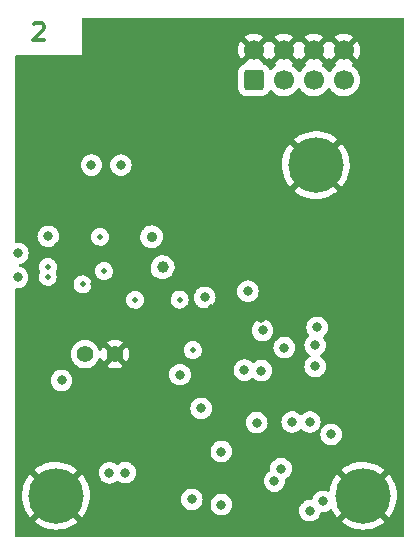
<source format=gbr>
%TF.GenerationSoftware,KiCad,Pcbnew,6.0.4-1.fc35*%
%TF.CreationDate,2022-04-05T13:43:00+01:00*%
%TF.ProjectId,cryosub_power_converter_top_v03,6372796f-7375-4625-9f70-6f7765725f63,rev?*%
%TF.SameCoordinates,Original*%
%TF.FileFunction,Copper,L2,Inr*%
%TF.FilePolarity,Positive*%
%FSLAX45Y45*%
G04 Gerber Fmt 4.5, Leading zero omitted, Abs format (unit mm)*
G04 Created by KiCad (PCBNEW 6.0.4-1.fc35) date 2022-04-05 13:43:00*
%MOMM*%
%LPD*%
G01*
G04 APERTURE LIST*
G04 Aperture macros list*
%AMRoundRect*
0 Rectangle with rounded corners*
0 $1 Rounding radius*
0 $2 $3 $4 $5 $6 $7 $8 $9 X,Y pos of 4 corners*
0 Add a 4 corners polygon primitive as box body*
4,1,4,$2,$3,$4,$5,$6,$7,$8,$9,$2,$3,0*
0 Add four circle primitives for the rounded corners*
1,1,$1+$1,$2,$3*
1,1,$1+$1,$4,$5*
1,1,$1+$1,$6,$7*
1,1,$1+$1,$8,$9*
0 Add four rect primitives between the rounded corners*
20,1,$1+$1,$2,$3,$4,$5,0*
20,1,$1+$1,$4,$5,$6,$7,0*
20,1,$1+$1,$6,$7,$8,$9,0*
20,1,$1+$1,$8,$9,$2,$3,0*%
G04 Aperture macros list end*
%ADD10C,0.300000*%
%TA.AperFunction,NonConductor*%
%ADD11C,0.300000*%
%TD*%
%TA.AperFunction,ComponentPad*%
%ADD12C,1.000000*%
%TD*%
%TA.AperFunction,ComponentPad*%
%ADD13C,1.400000*%
%TD*%
%TA.AperFunction,ComponentPad*%
%ADD14C,4.700000*%
%TD*%
%TA.AperFunction,ComponentPad*%
%ADD15RoundRect,0.250000X0.600000X-0.600000X0.600000X0.600000X-0.600000X0.600000X-0.600000X-0.600000X0*%
%TD*%
%TA.AperFunction,ComponentPad*%
%ADD16C,1.700000*%
%TD*%
%TA.AperFunction,ViaPad*%
%ADD17C,0.500000*%
%TD*%
%TA.AperFunction,ViaPad*%
%ADD18C,0.800000*%
%TD*%
%TA.AperFunction,ViaPad*%
%ADD19C,0.900000*%
%TD*%
G04 APERTURE END LIST*
D10*
D11*
X10212357Y-10107143D02*
X10219500Y-10100000D01*
X10233786Y-10092857D01*
X10269500Y-10092857D01*
X10283786Y-10100000D01*
X10290929Y-10107143D01*
X10298071Y-10121429D01*
X10298071Y-10135714D01*
X10290929Y-10157143D01*
X10205214Y-10242857D01*
X10298071Y-10242857D01*
D12*
%TO.N,/sipm_dcdc/imon*%
%TO.C,TP1*%
X11302500Y-12165000D03*
%TD*%
D13*
%TO.N,/vcont*%
%TO.C,TP2*%
X10646000Y-12900000D03*
%TO.N,GND*%
X10900000Y-12900000D03*
%TD*%
D14*
%TO.N,GND*%
%TO.C,H1*%
X10400000Y-14100000D03*
%TD*%
%TO.N,GND*%
%TO.C,H2*%
X12600000Y-11300000D03*
%TD*%
%TO.N,GND*%
%TO.C,H3*%
X13000000Y-14100000D03*
%TD*%
D15*
%TO.N,/vcont*%
%TO.C,J1*%
X12077500Y-10580000D03*
D16*
%TO.N,GND*%
X12077500Y-10326000D03*
%TO.N,/sipm_bias*%
X12331500Y-10580000D03*
%TO.N,GND*%
X12331500Y-10326000D03*
%TO.N,/p5v_out*%
X12585500Y-10580000D03*
%TO.N,GND*%
X12585500Y-10326000D03*
%TO.N,VDC*%
X12839500Y-10580000D03*
%TO.N,GND*%
X12839500Y-10326000D03*
%TD*%
D17*
%TO.N,GND*%
X10650000Y-12057500D03*
X11817500Y-12500000D03*
X11790000Y-12745000D03*
X11737500Y-12745000D03*
X11840000Y-12745000D03*
X11820000Y-12602500D03*
X11715000Y-12700000D03*
X11852500Y-12807500D03*
D18*
X13070000Y-12950000D03*
D17*
X10610000Y-12095000D03*
D18*
X10250000Y-12950000D03*
D17*
X10540000Y-11802500D03*
D18*
X12675000Y-11625000D03*
D17*
X10612500Y-12020000D03*
X11770000Y-12602500D03*
X10687500Y-12020000D03*
D18*
X11550000Y-13580000D03*
X11520000Y-13240000D03*
X10502260Y-12210000D03*
D17*
X10687500Y-12095000D03*
X11840000Y-12552500D03*
X11717500Y-12602500D03*
D18*
X13195000Y-12505000D03*
X13220000Y-13580000D03*
X12350000Y-13330000D03*
D17*
X11790000Y-12552500D03*
X11740000Y-12652500D03*
X11737500Y-12552500D03*
D18*
X10727500Y-12307500D03*
D17*
X11765000Y-12500000D03*
D18*
X13195000Y-12405000D03*
X10950000Y-12340000D03*
X13030000Y-12640000D03*
X12595000Y-12285000D03*
X11800000Y-12940000D03*
X12135019Y-12594981D03*
D17*
X11732500Y-12812500D03*
X11842500Y-12652500D03*
X11767500Y-12700000D03*
D18*
X10946000Y-10304000D03*
X12425000Y-13052500D03*
D17*
X11792500Y-12652500D03*
D18*
X11200000Y-10310000D03*
X13125000Y-11625000D03*
D17*
X11715000Y-12500000D03*
D18*
X10175000Y-12500000D03*
X12675000Y-12405000D03*
X11890000Y-12290000D03*
D17*
X11817500Y-12700000D03*
D18*
X12595000Y-12485000D03*
D19*
X10200000Y-13800000D03*
D18*
X13095259Y-12437500D03*
D19*
X11037500Y-11742500D03*
D18*
X12100000Y-13875000D03*
X10720000Y-12437550D03*
X10700000Y-10300000D03*
X11332500Y-11842500D03*
X12925000Y-11625000D03*
D17*
X10405000Y-11975000D03*
D18*
%TO.N,Net-(C7-Pad1)*%
X11450000Y-13075000D03*
X12332500Y-12845000D03*
D17*
X11558665Y-12866335D03*
D18*
X10447500Y-13122500D03*
%TO.N,/On When Warm/VD1*%
X12400000Y-13475000D03*
%TO.N,/On When Warm/vs*%
X11800000Y-13725000D03*
X11800000Y-14175000D03*
%TO.N,/On When Warm/vg1*%
X12100000Y-13480000D03*
%TO.N,/thermistor*%
X12250000Y-13975000D03*
%TO.N,/On When Warm/vd2*%
X12305132Y-13870617D03*
%TO.N,VDC*%
X10852500Y-13905000D03*
X12595000Y-13005000D03*
X12550000Y-13475000D03*
X12550000Y-14225000D03*
X11550000Y-14130000D03*
X12730000Y-13580000D03*
X12611825Y-12674614D03*
X12660000Y-14147500D03*
X12595000Y-12825000D03*
X10985500Y-13904500D03*
X11630000Y-13360000D03*
D17*
%TO.N,Net-(C18-Pad1)*%
X10772413Y-11906289D03*
%TO.N,Net-(C14-Pad1)*%
X10625000Y-12310000D03*
D18*
X10335000Y-11902500D03*
D17*
X10331891Y-12161791D03*
D19*
%TO.N,Net-(C15-Pad1)*%
X11210359Y-11906185D03*
D18*
%TO.N,Net-(R11-Pad2)*%
X12150000Y-12700000D03*
%TO.N,/dc_dc/pgood*%
X11660000Y-12420000D03*
D17*
%TO.N,Net-(R14-Pad1)*%
X10807500Y-12197500D03*
%TO.N,Net-(R16-Pad2)*%
X11070000Y-12440000D03*
D18*
%TO.N,+5V*%
X12140000Y-13040000D03*
X10700000Y-11300000D03*
X10077500Y-12047500D03*
X10950000Y-11300000D03*
X10075000Y-12250000D03*
D17*
X10330000Y-12245000D03*
X11447266Y-12438091D03*
D18*
%TO.N,/dc_dc/vcc*%
X11995000Y-13035000D03*
X12025000Y-12367500D03*
%TD*%
%TA.AperFunction,Conductor*%
%TO.N,GND*%
G36*
X13343362Y-10052850D02*
G01*
X13348011Y-10058216D01*
X13349150Y-10063450D01*
X13349150Y-14436550D01*
X13347150Y-14443362D01*
X13341784Y-14448011D01*
X13336550Y-14449150D01*
X10063450Y-14449150D01*
X10056638Y-14447150D01*
X10051989Y-14441784D01*
X10050850Y-14436550D01*
X10050850Y-14319549D01*
X10217005Y-14319549D01*
X10217007Y-14319574D01*
X10217598Y-14320449D01*
X10219567Y-14322240D01*
X10220130Y-14322697D01*
X10246306Y-14341506D01*
X10246919Y-14341895D01*
X10275083Y-14357571D01*
X10275735Y-14357886D01*
X10305515Y-14370221D01*
X10306200Y-14370460D01*
X10337199Y-14379290D01*
X10337908Y-14379448D01*
X10369717Y-14384657D01*
X10370438Y-14384733D01*
X10402635Y-14386251D01*
X10403360Y-14386244D01*
X10435518Y-14384052D01*
X10436239Y-14383961D01*
X10467932Y-14378087D01*
X10468635Y-14377914D01*
X10499445Y-14368436D01*
X10500122Y-14368184D01*
X10529639Y-14355227D01*
X10530283Y-14354899D01*
X10558114Y-14338635D01*
X10558718Y-14338234D01*
X10582169Y-14320627D01*
X10582973Y-14319549D01*
X12817005Y-14319549D01*
X12817007Y-14319574D01*
X12817598Y-14320449D01*
X12819567Y-14322240D01*
X12820130Y-14322697D01*
X12846306Y-14341506D01*
X12846919Y-14341895D01*
X12875083Y-14357571D01*
X12875735Y-14357886D01*
X12905515Y-14370221D01*
X12906200Y-14370460D01*
X12937199Y-14379290D01*
X12937908Y-14379448D01*
X12969717Y-14384657D01*
X12970438Y-14384733D01*
X13002635Y-14386251D01*
X13003360Y-14386244D01*
X13035518Y-14384052D01*
X13036239Y-14383961D01*
X13067932Y-14378087D01*
X13068635Y-14377914D01*
X13099444Y-14368436D01*
X13100122Y-14368184D01*
X13129639Y-14355227D01*
X13130283Y-14354899D01*
X13158114Y-14338635D01*
X13158718Y-14338234D01*
X13182169Y-14320627D01*
X13183014Y-14319494D01*
X13182340Y-14318261D01*
X13001281Y-14137202D01*
X12999887Y-14136441D01*
X12999703Y-14136454D01*
X12999042Y-14136879D01*
X12817766Y-14318155D01*
X12817005Y-14319549D01*
X10582973Y-14319549D01*
X10583014Y-14319494D01*
X10582340Y-14318261D01*
X10401281Y-14137202D01*
X10399887Y-14136441D01*
X10399703Y-14136454D01*
X10399042Y-14136879D01*
X10217766Y-14318155D01*
X10217005Y-14319549D01*
X10050850Y-14319549D01*
X10050850Y-14091371D01*
X10113867Y-14091371D01*
X10114710Y-14123593D01*
X10114771Y-14124315D01*
X10119313Y-14156226D01*
X10119456Y-14156937D01*
X10127636Y-14188116D01*
X10127859Y-14188805D01*
X10139568Y-14218836D01*
X10139870Y-14219496D01*
X10154953Y-14247983D01*
X10155328Y-14248602D01*
X10173586Y-14275167D01*
X10174029Y-14275739D01*
X10179506Y-14282017D01*
X10180823Y-14282857D01*
X10181808Y-14282270D01*
X10362798Y-14101281D01*
X10363436Y-14100113D01*
X10436441Y-14100113D01*
X10436454Y-14100297D01*
X10436879Y-14100958D01*
X10617978Y-14282056D01*
X10619313Y-14282786D01*
X10620310Y-14282080D01*
X10629601Y-14270968D01*
X10630033Y-14270387D01*
X10647731Y-14243445D01*
X10648092Y-14242818D01*
X10662576Y-14214021D01*
X10662863Y-14213357D01*
X10673941Y-14183086D01*
X10674150Y-14182392D01*
X10681675Y-14151049D01*
X10681804Y-14150336D01*
X10684264Y-14130000D01*
X11458650Y-14130000D01*
X11458719Y-14130656D01*
X11459407Y-14137202D01*
X11460646Y-14148993D01*
X11466547Y-14167156D01*
X11476096Y-14183694D01*
X11476538Y-14184185D01*
X11476538Y-14184185D01*
X11479317Y-14187272D01*
X11488875Y-14197887D01*
X11504325Y-14209112D01*
X11504928Y-14209380D01*
X11504928Y-14209380D01*
X11521168Y-14216611D01*
X11521771Y-14216879D01*
X11530975Y-14218836D01*
X11539806Y-14220713D01*
X11539806Y-14220713D01*
X11540451Y-14220850D01*
X11559549Y-14220850D01*
X11560194Y-14220713D01*
X11560194Y-14220713D01*
X11569025Y-14218836D01*
X11578229Y-14216879D01*
X11578832Y-14216611D01*
X11595072Y-14209380D01*
X11595072Y-14209380D01*
X11595675Y-14209112D01*
X11611125Y-14197887D01*
X11620683Y-14187272D01*
X11623462Y-14184185D01*
X11623462Y-14184185D01*
X11623904Y-14183694D01*
X11628924Y-14175000D01*
X11708650Y-14175000D01*
X11708719Y-14175656D01*
X11709427Y-14182392D01*
X11710646Y-14193993D01*
X11716547Y-14212156D01*
X11726096Y-14228694D01*
X11726538Y-14229185D01*
X11726538Y-14229185D01*
X11737342Y-14241185D01*
X11738875Y-14242887D01*
X11754325Y-14254112D01*
X11754928Y-14254380D01*
X11754928Y-14254380D01*
X11770980Y-14261527D01*
X11771771Y-14261879D01*
X11781111Y-14263865D01*
X11789806Y-14265713D01*
X11789806Y-14265713D01*
X11790451Y-14265850D01*
X11809549Y-14265850D01*
X11810194Y-14265713D01*
X11810194Y-14265713D01*
X11818889Y-14263865D01*
X11828229Y-14261879D01*
X11829020Y-14261527D01*
X11845072Y-14254380D01*
X11845072Y-14254380D01*
X11845675Y-14254112D01*
X11861125Y-14242887D01*
X11862658Y-14241185D01*
X11873462Y-14229185D01*
X11873462Y-14229185D01*
X11873904Y-14228694D01*
X11876037Y-14225000D01*
X12458650Y-14225000D01*
X12458719Y-14225656D01*
X12460351Y-14241185D01*
X12460646Y-14243993D01*
X12466547Y-14262156D01*
X12466878Y-14262728D01*
X12466878Y-14262728D01*
X12468680Y-14265850D01*
X12476096Y-14278694D01*
X12488875Y-14292887D01*
X12504325Y-14304112D01*
X12504928Y-14304380D01*
X12504928Y-14304380D01*
X12521168Y-14311611D01*
X12521771Y-14311879D01*
X12531111Y-14313865D01*
X12539806Y-14315713D01*
X12539806Y-14315713D01*
X12540451Y-14315850D01*
X12559549Y-14315850D01*
X12560194Y-14315713D01*
X12560194Y-14315713D01*
X12568889Y-14313865D01*
X12578229Y-14311879D01*
X12578832Y-14311611D01*
X12595072Y-14304380D01*
X12595072Y-14304380D01*
X12595675Y-14304112D01*
X12611125Y-14292887D01*
X12623904Y-14278694D01*
X12631320Y-14265850D01*
X12633122Y-14262728D01*
X12633122Y-14262728D01*
X12633453Y-14262156D01*
X12638362Y-14247045D01*
X12642370Y-14241185D01*
X12648909Y-14238421D01*
X12650451Y-14238414D01*
X12650451Y-14238350D01*
X12669549Y-14238350D01*
X12670194Y-14238213D01*
X12670194Y-14238213D01*
X12679823Y-14236166D01*
X12688229Y-14234379D01*
X12688832Y-14234111D01*
X12705072Y-14226880D01*
X12705072Y-14226880D01*
X12705675Y-14226612D01*
X12707894Y-14225000D01*
X12721125Y-14215387D01*
X12721261Y-14215573D01*
X12726705Y-14212960D01*
X12733751Y-14213836D01*
X12739204Y-14218382D01*
X12739872Y-14219500D01*
X12754952Y-14247982D01*
X12755328Y-14248602D01*
X12773586Y-14275167D01*
X12774029Y-14275739D01*
X12779506Y-14282017D01*
X12780823Y-14282857D01*
X12781808Y-14282270D01*
X12962798Y-14101281D01*
X12963436Y-14100113D01*
X13036441Y-14100113D01*
X13036454Y-14100297D01*
X13036879Y-14100958D01*
X13217978Y-14282056D01*
X13219313Y-14282786D01*
X13220310Y-14282080D01*
X13229601Y-14270968D01*
X13230033Y-14270387D01*
X13247731Y-14243445D01*
X13248092Y-14242818D01*
X13262576Y-14214021D01*
X13262863Y-14213357D01*
X13273941Y-14183086D01*
X13274150Y-14182392D01*
X13281675Y-14151049D01*
X13281803Y-14150336D01*
X13285686Y-14118254D01*
X13285728Y-14117697D01*
X13286275Y-14100280D01*
X13286268Y-14099720D01*
X13284408Y-14067457D01*
X13284325Y-14066738D01*
X13278783Y-14034984D01*
X13278617Y-14034278D01*
X13269463Y-14003373D01*
X13269217Y-14002691D01*
X13256571Y-13973042D01*
X13256248Y-13972393D01*
X13240277Y-13944392D01*
X13239884Y-13943787D01*
X13220800Y-13917807D01*
X13220676Y-13917657D01*
X13219404Y-13916901D01*
X13219343Y-13916903D01*
X13218495Y-13917426D01*
X13037202Y-14098719D01*
X13036441Y-14100113D01*
X12963436Y-14100113D01*
X12963559Y-14099887D01*
X12963546Y-14099703D01*
X12963121Y-14099042D01*
X12781922Y-13917843D01*
X12780642Y-13917144D01*
X12779567Y-13917931D01*
X12765142Y-13936328D01*
X12764728Y-13936923D01*
X12747886Y-13964408D01*
X12747544Y-13965044D01*
X12733972Y-13994283D01*
X12733706Y-13994956D01*
X12723584Y-14025560D01*
X12723397Y-14026260D01*
X12717085Y-14056738D01*
X12713745Y-14063003D01*
X12707548Y-14066467D01*
X12700462Y-14066032D01*
X12699623Y-14065694D01*
X12688229Y-14060621D01*
X12678439Y-14058540D01*
X12670194Y-14056787D01*
X12670194Y-14056787D01*
X12669549Y-14056650D01*
X12650451Y-14056650D01*
X12649806Y-14056787D01*
X12649806Y-14056787D01*
X12641560Y-14058540D01*
X12631771Y-14060621D01*
X12631168Y-14060889D01*
X12631168Y-14060889D01*
X12614928Y-14068120D01*
X12614928Y-14068120D01*
X12614325Y-14068388D01*
X12598875Y-14079613D01*
X12598433Y-14080104D01*
X12598432Y-14080104D01*
X12586961Y-14092844D01*
X12586096Y-14093806D01*
X12576547Y-14110344D01*
X12573977Y-14118254D01*
X12571638Y-14125455D01*
X12567630Y-14131315D01*
X12561090Y-14134079D01*
X12559549Y-14134086D01*
X12559549Y-14134150D01*
X12540451Y-14134150D01*
X12539806Y-14134287D01*
X12539806Y-14134287D01*
X12531111Y-14136135D01*
X12521771Y-14138121D01*
X12521168Y-14138389D01*
X12521168Y-14138389D01*
X12504928Y-14145620D01*
X12504928Y-14145620D01*
X12504325Y-14145888D01*
X12503791Y-14146276D01*
X12503791Y-14146276D01*
X12500955Y-14148336D01*
X12488875Y-14157113D01*
X12488433Y-14157604D01*
X12488432Y-14157604D01*
X12480429Y-14166493D01*
X12476096Y-14171306D01*
X12473584Y-14175656D01*
X12468388Y-14184656D01*
X12466547Y-14187844D01*
X12460646Y-14206007D01*
X12460577Y-14206663D01*
X12460577Y-14206663D01*
X12459531Y-14216611D01*
X12458650Y-14225000D01*
X11876037Y-14225000D01*
X11883453Y-14212156D01*
X11889354Y-14193993D01*
X11890573Y-14182392D01*
X11891281Y-14175656D01*
X11891350Y-14175000D01*
X11889354Y-14156007D01*
X11883453Y-14137844D01*
X11881399Y-14134287D01*
X11878545Y-14129343D01*
X11873904Y-14121306D01*
X11861125Y-14107113D01*
X11851179Y-14099887D01*
X11846209Y-14096276D01*
X11846209Y-14096276D01*
X11845675Y-14095888D01*
X11845072Y-14095620D01*
X11845072Y-14095620D01*
X11828832Y-14088389D01*
X11828832Y-14088389D01*
X11828229Y-14088121D01*
X11818889Y-14086135D01*
X11810194Y-14084287D01*
X11810194Y-14084287D01*
X11809549Y-14084150D01*
X11790451Y-14084150D01*
X11789806Y-14084287D01*
X11789806Y-14084287D01*
X11781111Y-14086135D01*
X11771771Y-14088121D01*
X11771168Y-14088389D01*
X11771168Y-14088389D01*
X11754928Y-14095620D01*
X11754928Y-14095620D01*
X11754325Y-14095888D01*
X11753791Y-14096276D01*
X11753791Y-14096276D01*
X11748821Y-14099887D01*
X11738875Y-14107113D01*
X11726096Y-14121306D01*
X11721455Y-14129343D01*
X11718601Y-14134287D01*
X11716547Y-14137844D01*
X11710646Y-14156007D01*
X11708650Y-14175000D01*
X11628924Y-14175000D01*
X11633453Y-14167156D01*
X11639354Y-14148993D01*
X11640593Y-14137202D01*
X11641281Y-14130656D01*
X11641350Y-14130000D01*
X11640385Y-14120815D01*
X11639423Y-14111663D01*
X11639423Y-14111663D01*
X11639354Y-14111007D01*
X11633453Y-14092844D01*
X11623904Y-14076306D01*
X11616775Y-14068388D01*
X11611567Y-14062604D01*
X11611567Y-14062604D01*
X11611125Y-14062113D01*
X11595675Y-14050888D01*
X11595072Y-14050620D01*
X11595072Y-14050620D01*
X11578832Y-14043389D01*
X11578832Y-14043389D01*
X11578229Y-14043121D01*
X11568889Y-14041135D01*
X11560194Y-14039287D01*
X11560194Y-14039287D01*
X11559549Y-14039150D01*
X11540451Y-14039150D01*
X11539806Y-14039287D01*
X11539806Y-14039287D01*
X11531111Y-14041135D01*
X11521771Y-14043121D01*
X11521168Y-14043389D01*
X11521168Y-14043389D01*
X11504928Y-14050620D01*
X11504928Y-14050620D01*
X11504325Y-14050888D01*
X11488875Y-14062113D01*
X11488433Y-14062604D01*
X11488432Y-14062604D01*
X11483225Y-14068388D01*
X11476096Y-14076306D01*
X11466547Y-14092844D01*
X11460646Y-14111007D01*
X11460577Y-14111663D01*
X11460577Y-14111663D01*
X11459615Y-14120815D01*
X11458650Y-14130000D01*
X10684264Y-14130000D01*
X10685686Y-14118254D01*
X10685728Y-14117697D01*
X10686276Y-14100280D01*
X10686268Y-14099720D01*
X10684408Y-14067457D01*
X10684325Y-14066738D01*
X10678783Y-14034984D01*
X10678617Y-14034278D01*
X10669463Y-14003373D01*
X10669217Y-14002691D01*
X10656571Y-13973042D01*
X10656249Y-13972393D01*
X10640277Y-13944392D01*
X10639884Y-13943787D01*
X10620800Y-13917807D01*
X10620676Y-13917657D01*
X10619404Y-13916901D01*
X10619343Y-13916903D01*
X10618495Y-13917426D01*
X10437202Y-14098719D01*
X10436441Y-14100113D01*
X10363436Y-14100113D01*
X10363559Y-14099887D01*
X10363546Y-14099703D01*
X10363121Y-14099042D01*
X10181922Y-13917843D01*
X10180643Y-13917144D01*
X10179567Y-13917931D01*
X10165142Y-13936328D01*
X10164728Y-13936923D01*
X10147886Y-13964408D01*
X10147545Y-13965044D01*
X10133972Y-13994283D01*
X10133706Y-13994956D01*
X10123585Y-14025560D01*
X10123397Y-14026260D01*
X10116860Y-14057824D01*
X10116755Y-14058540D01*
X10113889Y-14090645D01*
X10113867Y-14091371D01*
X10050850Y-14091371D01*
X10050850Y-13880776D01*
X10217185Y-13880776D01*
X10217824Y-13881903D01*
X10398719Y-14062798D01*
X10400113Y-14063559D01*
X10400297Y-14063546D01*
X10400958Y-14063121D01*
X10559079Y-13905000D01*
X10761150Y-13905000D01*
X10761219Y-13905656D01*
X10763024Y-13922836D01*
X10763146Y-13923993D01*
X10769047Y-13942156D01*
X10778596Y-13958694D01*
X10779038Y-13959185D01*
X10779038Y-13959185D01*
X10784313Y-13965044D01*
X10791375Y-13972887D01*
X10806825Y-13984112D01*
X10807428Y-13984380D01*
X10807428Y-13984380D01*
X10823456Y-13991517D01*
X10824271Y-13991879D01*
X10831126Y-13993336D01*
X10842306Y-13995713D01*
X10842306Y-13995713D01*
X10842951Y-13995850D01*
X10862049Y-13995850D01*
X10862694Y-13995713D01*
X10862694Y-13995713D01*
X10873874Y-13993336D01*
X10880729Y-13991879D01*
X10881544Y-13991517D01*
X10897572Y-13984380D01*
X10897572Y-13984380D01*
X10898175Y-13984112D01*
X10911938Y-13974112D01*
X10918625Y-13971727D01*
X10925540Y-13973335D01*
X10926750Y-13974112D01*
X10939825Y-13983612D01*
X10940428Y-13983880D01*
X10940428Y-13983880D01*
X10956668Y-13991111D01*
X10957271Y-13991379D01*
X10966479Y-13993336D01*
X10975306Y-13995213D01*
X10975306Y-13995213D01*
X10975951Y-13995350D01*
X10995049Y-13995350D01*
X10995694Y-13995213D01*
X10995694Y-13995213D01*
X11004521Y-13993336D01*
X11013729Y-13991379D01*
X11014332Y-13991111D01*
X11030572Y-13983880D01*
X11030572Y-13983880D01*
X11031175Y-13983612D01*
X11043028Y-13975000D01*
X12158650Y-13975000D01*
X12158719Y-13975656D01*
X12160395Y-13991611D01*
X12160646Y-13993993D01*
X12166547Y-14012156D01*
X12176096Y-14028694D01*
X12176538Y-14029185D01*
X12176538Y-14029185D01*
X12185634Y-14039287D01*
X12188875Y-14042887D01*
X12204325Y-14054112D01*
X12204928Y-14054380D01*
X12204928Y-14054380D01*
X12219547Y-14060889D01*
X12221771Y-14061879D01*
X12229612Y-14063546D01*
X12239806Y-14065713D01*
X12239806Y-14065713D01*
X12240451Y-14065850D01*
X12259549Y-14065850D01*
X12260194Y-14065713D01*
X12260194Y-14065713D01*
X12270388Y-14063546D01*
X12278229Y-14061879D01*
X12280453Y-14060889D01*
X12295072Y-14054380D01*
X12295072Y-14054380D01*
X12295675Y-14054112D01*
X12311125Y-14042887D01*
X12314366Y-14039287D01*
X12323462Y-14029185D01*
X12323462Y-14029185D01*
X12323904Y-14028694D01*
X12333453Y-14012156D01*
X12339354Y-13993993D01*
X12339605Y-13991611D01*
X12341281Y-13975656D01*
X12341350Y-13975000D01*
X12340193Y-13963985D01*
X12341470Y-13957002D01*
X12346320Y-13951817D01*
X12347599Y-13951158D01*
X12350203Y-13949998D01*
X12350204Y-13949998D01*
X12350807Y-13949729D01*
X12366257Y-13938504D01*
X12379036Y-13924312D01*
X12388584Y-13907773D01*
X12394486Y-13889610D01*
X12394917Y-13885507D01*
X12395414Y-13880776D01*
X12817185Y-13880776D01*
X12817824Y-13881903D01*
X12998719Y-14062798D01*
X13000113Y-14063559D01*
X13000297Y-14063546D01*
X13000958Y-14063121D01*
X13182067Y-13882011D01*
X13182807Y-13880658D01*
X13182128Y-13879687D01*
X13173364Y-13872202D01*
X13172785Y-13871763D01*
X13146031Y-13853785D01*
X13145409Y-13853417D01*
X13116764Y-13838632D01*
X13116103Y-13838338D01*
X13085951Y-13826944D01*
X13085258Y-13826727D01*
X13053996Y-13818875D01*
X13053285Y-13818739D01*
X13021327Y-13814532D01*
X13020603Y-13814479D01*
X12988376Y-13813972D01*
X12987650Y-13814003D01*
X12955576Y-13817204D01*
X12954861Y-13817317D01*
X12923367Y-13824184D01*
X12922669Y-13824379D01*
X12892173Y-13834820D01*
X12891503Y-13835094D01*
X12862409Y-13848971D01*
X12861773Y-13849320D01*
X12834469Y-13866448D01*
X12833877Y-13866869D01*
X12818032Y-13879564D01*
X12817185Y-13880776D01*
X12395414Y-13880776D01*
X12396413Y-13871274D01*
X12396413Y-13871274D01*
X12396482Y-13870617D01*
X12394486Y-13851625D01*
X12388584Y-13833462D01*
X12379036Y-13816923D01*
X12377946Y-13815713D01*
X12366699Y-13803222D01*
X12366699Y-13803222D01*
X12366257Y-13802731D01*
X12353242Y-13793275D01*
X12351341Y-13791894D01*
X12351341Y-13791894D01*
X12350807Y-13791506D01*
X12350204Y-13791237D01*
X12350204Y-13791237D01*
X12333964Y-13784007D01*
X12333964Y-13784007D01*
X12333361Y-13783738D01*
X12324021Y-13781753D01*
X12315326Y-13779905D01*
X12315326Y-13779905D01*
X12314680Y-13779767D01*
X12295583Y-13779767D01*
X12294938Y-13779905D01*
X12294937Y-13779905D01*
X12286243Y-13781753D01*
X12276903Y-13783738D01*
X12276300Y-13784007D01*
X12276300Y-13784007D01*
X12260060Y-13791237D01*
X12260059Y-13791237D01*
X12259457Y-13791506D01*
X12258922Y-13791894D01*
X12258922Y-13791894D01*
X12257021Y-13793275D01*
X12244006Y-13802731D01*
X12243564Y-13803222D01*
X12243564Y-13803222D01*
X12232318Y-13815713D01*
X12231228Y-13816923D01*
X12221679Y-13833462D01*
X12215778Y-13851625D01*
X12213781Y-13870617D01*
X12214849Y-13880776D01*
X12214939Y-13881632D01*
X12213662Y-13888616D01*
X12208812Y-13893800D01*
X12207533Y-13894460D01*
X12204929Y-13895619D01*
X12204928Y-13895620D01*
X12204325Y-13895888D01*
X12188875Y-13907113D01*
X12176096Y-13921306D01*
X12166547Y-13937844D01*
X12160646Y-13956007D01*
X12160577Y-13956663D01*
X12160577Y-13956663D01*
X12159763Y-13964408D01*
X12158650Y-13975000D01*
X11043028Y-13975000D01*
X11046625Y-13972387D01*
X11053237Y-13965044D01*
X11058962Y-13958685D01*
X11058962Y-13958685D01*
X11059404Y-13958194D01*
X11068953Y-13941656D01*
X11074854Y-13923493D01*
X11075452Y-13917807D01*
X11076781Y-13905156D01*
X11076850Y-13904500D01*
X11075351Y-13890238D01*
X11074923Y-13886163D01*
X11074923Y-13886163D01*
X11074854Y-13885507D01*
X11068953Y-13867344D01*
X11059404Y-13850806D01*
X11046625Y-13836613D01*
X11033317Y-13826944D01*
X11031709Y-13825776D01*
X11031709Y-13825776D01*
X11031175Y-13825388D01*
X11030572Y-13825120D01*
X11030572Y-13825120D01*
X11014332Y-13817889D01*
X11014332Y-13817889D01*
X11013729Y-13817621D01*
X11004389Y-13815635D01*
X10995694Y-13813787D01*
X10995694Y-13813787D01*
X10995049Y-13813650D01*
X10975951Y-13813650D01*
X10975306Y-13813787D01*
X10975306Y-13813787D01*
X10966611Y-13815635D01*
X10957271Y-13817621D01*
X10956668Y-13817889D01*
X10956668Y-13817889D01*
X10940428Y-13825120D01*
X10940428Y-13825120D01*
X10939825Y-13825388D01*
X10939291Y-13825776D01*
X10939291Y-13825776D01*
X10926062Y-13835387D01*
X10919375Y-13837773D01*
X10912460Y-13836165D01*
X10911250Y-13835387D01*
X10898709Y-13826276D01*
X10898709Y-13826276D01*
X10898175Y-13825888D01*
X10897572Y-13825620D01*
X10897572Y-13825620D01*
X10881332Y-13818389D01*
X10881332Y-13818389D01*
X10880729Y-13818121D01*
X10871389Y-13816135D01*
X10862694Y-13814287D01*
X10862694Y-13814287D01*
X10862049Y-13814150D01*
X10842951Y-13814150D01*
X10842306Y-13814287D01*
X10842306Y-13814287D01*
X10833611Y-13816135D01*
X10824271Y-13818121D01*
X10823668Y-13818389D01*
X10823668Y-13818389D01*
X10807428Y-13825620D01*
X10807428Y-13825620D01*
X10806825Y-13825888D01*
X10791375Y-13837113D01*
X10778596Y-13851306D01*
X10769047Y-13867844D01*
X10763146Y-13886007D01*
X10761150Y-13905000D01*
X10559079Y-13905000D01*
X10582068Y-13882011D01*
X10582807Y-13880658D01*
X10582128Y-13879687D01*
X10573364Y-13872202D01*
X10572785Y-13871763D01*
X10546031Y-13853785D01*
X10545409Y-13853417D01*
X10516764Y-13838632D01*
X10516103Y-13838338D01*
X10485951Y-13826944D01*
X10485258Y-13826727D01*
X10453996Y-13818875D01*
X10453285Y-13818739D01*
X10421327Y-13814532D01*
X10420603Y-13814479D01*
X10388376Y-13813972D01*
X10387650Y-13814003D01*
X10355576Y-13817204D01*
X10354861Y-13817317D01*
X10323367Y-13824184D01*
X10322669Y-13824379D01*
X10292173Y-13834820D01*
X10291503Y-13835094D01*
X10262409Y-13848971D01*
X10261774Y-13849320D01*
X10234469Y-13866448D01*
X10233877Y-13866869D01*
X10218032Y-13879564D01*
X10217185Y-13880776D01*
X10050850Y-13880776D01*
X10050850Y-13725000D01*
X11708650Y-13725000D01*
X11710646Y-13743993D01*
X11716547Y-13762156D01*
X11726096Y-13778694D01*
X11726538Y-13779185D01*
X11726538Y-13779185D01*
X11730879Y-13784007D01*
X11738875Y-13792887D01*
X11748784Y-13800086D01*
X11752424Y-13802731D01*
X11754325Y-13804112D01*
X11754928Y-13804380D01*
X11754928Y-13804380D01*
X11771168Y-13811611D01*
X11771771Y-13811879D01*
X11781111Y-13813865D01*
X11789806Y-13815713D01*
X11789806Y-13815713D01*
X11790451Y-13815850D01*
X11809549Y-13815850D01*
X11810194Y-13815713D01*
X11810194Y-13815713D01*
X11818889Y-13813865D01*
X11828229Y-13811879D01*
X11828832Y-13811611D01*
X11845072Y-13804380D01*
X11845072Y-13804380D01*
X11845675Y-13804112D01*
X11847576Y-13802731D01*
X11851216Y-13800086D01*
X11861125Y-13792887D01*
X11869121Y-13784007D01*
X11873462Y-13779185D01*
X11873462Y-13779185D01*
X11873904Y-13778694D01*
X11883453Y-13762156D01*
X11889354Y-13743993D01*
X11891350Y-13725000D01*
X11889354Y-13706007D01*
X11883453Y-13687844D01*
X11873904Y-13671306D01*
X11873370Y-13670713D01*
X11861567Y-13657604D01*
X11861567Y-13657604D01*
X11861125Y-13657113D01*
X11845675Y-13645888D01*
X11845072Y-13645620D01*
X11845072Y-13645620D01*
X11828832Y-13638389D01*
X11828832Y-13638389D01*
X11828229Y-13638121D01*
X11818889Y-13636135D01*
X11810194Y-13634287D01*
X11810194Y-13634287D01*
X11809549Y-13634150D01*
X11790451Y-13634150D01*
X11789806Y-13634287D01*
X11789806Y-13634287D01*
X11781111Y-13636135D01*
X11771771Y-13638121D01*
X11771168Y-13638389D01*
X11771168Y-13638389D01*
X11754928Y-13645620D01*
X11754928Y-13645620D01*
X11754325Y-13645888D01*
X11738875Y-13657113D01*
X11738433Y-13657604D01*
X11738432Y-13657604D01*
X11726630Y-13670713D01*
X11726096Y-13671306D01*
X11716547Y-13687844D01*
X11710646Y-13706007D01*
X11708650Y-13725000D01*
X10050850Y-13725000D01*
X10050850Y-13580000D01*
X12638650Y-13580000D01*
X12640646Y-13598993D01*
X12646547Y-13617156D01*
X12656096Y-13633694D01*
X12656538Y-13634185D01*
X12656538Y-13634185D01*
X12660323Y-13638389D01*
X12668875Y-13647887D01*
X12684325Y-13659112D01*
X12684928Y-13659380D01*
X12684928Y-13659380D01*
X12701168Y-13666611D01*
X12701771Y-13666879D01*
X12711111Y-13668865D01*
X12719806Y-13670713D01*
X12719806Y-13670713D01*
X12720451Y-13670850D01*
X12739549Y-13670850D01*
X12740194Y-13670713D01*
X12740194Y-13670713D01*
X12748889Y-13668865D01*
X12758229Y-13666879D01*
X12758832Y-13666611D01*
X12775072Y-13659380D01*
X12775072Y-13659380D01*
X12775675Y-13659112D01*
X12791125Y-13647887D01*
X12799677Y-13638389D01*
X12803462Y-13634185D01*
X12803462Y-13634185D01*
X12803904Y-13633694D01*
X12813453Y-13617156D01*
X12819354Y-13598993D01*
X12821350Y-13580000D01*
X12819354Y-13561007D01*
X12813453Y-13542844D01*
X12803904Y-13526306D01*
X12791125Y-13512113D01*
X12775675Y-13500888D01*
X12775072Y-13500620D01*
X12775072Y-13500620D01*
X12758832Y-13493389D01*
X12758832Y-13493389D01*
X12758229Y-13493121D01*
X12748889Y-13491135D01*
X12740194Y-13489287D01*
X12740194Y-13489287D01*
X12739549Y-13489150D01*
X12720451Y-13489150D01*
X12719806Y-13489287D01*
X12719806Y-13489287D01*
X12711111Y-13491135D01*
X12701771Y-13493121D01*
X12701168Y-13493389D01*
X12701168Y-13493389D01*
X12684928Y-13500620D01*
X12684928Y-13500620D01*
X12684325Y-13500888D01*
X12668875Y-13512113D01*
X12656096Y-13526306D01*
X12646547Y-13542844D01*
X12640646Y-13561007D01*
X12638650Y-13580000D01*
X10050850Y-13580000D01*
X10050850Y-13480000D01*
X12008650Y-13480000D01*
X12010646Y-13498993D01*
X12016547Y-13517156D01*
X12026096Y-13533694D01*
X12038875Y-13547887D01*
X12054325Y-13559112D01*
X12054928Y-13559380D01*
X12054928Y-13559380D01*
X12069459Y-13565850D01*
X12071771Y-13566879D01*
X12081111Y-13568865D01*
X12089806Y-13570713D01*
X12089806Y-13570713D01*
X12090451Y-13570850D01*
X12109549Y-13570850D01*
X12110194Y-13570713D01*
X12110194Y-13570713D01*
X12118889Y-13568865D01*
X12128229Y-13566879D01*
X12130541Y-13565850D01*
X12145072Y-13559380D01*
X12145072Y-13559380D01*
X12145675Y-13559112D01*
X12161125Y-13547887D01*
X12173904Y-13533694D01*
X12183453Y-13517156D01*
X12189354Y-13498993D01*
X12191350Y-13480000D01*
X12190825Y-13475000D01*
X12308650Y-13475000D01*
X12310646Y-13493993D01*
X12316547Y-13512156D01*
X12326096Y-13528694D01*
X12326538Y-13529185D01*
X12326538Y-13529185D01*
X12330598Y-13533694D01*
X12338875Y-13542887D01*
X12354325Y-13554112D01*
X12354928Y-13554380D01*
X12354928Y-13554380D01*
X12364683Y-13558724D01*
X12371771Y-13561879D01*
X12381111Y-13563865D01*
X12389806Y-13565713D01*
X12389806Y-13565713D01*
X12390451Y-13565850D01*
X12409549Y-13565850D01*
X12410194Y-13565713D01*
X12410194Y-13565713D01*
X12418889Y-13563865D01*
X12428229Y-13561879D01*
X12435317Y-13558724D01*
X12445072Y-13554380D01*
X12445072Y-13554380D01*
X12445675Y-13554112D01*
X12461125Y-13542887D01*
X12465636Y-13537876D01*
X12471681Y-13534152D01*
X12478779Y-13534288D01*
X12484364Y-13537876D01*
X12488875Y-13542887D01*
X12504325Y-13554112D01*
X12504928Y-13554380D01*
X12504928Y-13554380D01*
X12514683Y-13558724D01*
X12521771Y-13561879D01*
X12531111Y-13563865D01*
X12539806Y-13565713D01*
X12539806Y-13565713D01*
X12540451Y-13565850D01*
X12559549Y-13565850D01*
X12560194Y-13565713D01*
X12560194Y-13565713D01*
X12568889Y-13563865D01*
X12578229Y-13561879D01*
X12585317Y-13558724D01*
X12595072Y-13554380D01*
X12595072Y-13554380D01*
X12595675Y-13554112D01*
X12611125Y-13542887D01*
X12619402Y-13533694D01*
X12623462Y-13529185D01*
X12623462Y-13529185D01*
X12623904Y-13528694D01*
X12633453Y-13512156D01*
X12639354Y-13493993D01*
X12641350Y-13475000D01*
X12639354Y-13456007D01*
X12633453Y-13437844D01*
X12623904Y-13421306D01*
X12611125Y-13407113D01*
X12595675Y-13395888D01*
X12595072Y-13395620D01*
X12595072Y-13395620D01*
X12578832Y-13388389D01*
X12578832Y-13388389D01*
X12578229Y-13388121D01*
X12568889Y-13386135D01*
X12560194Y-13384287D01*
X12560194Y-13384287D01*
X12559549Y-13384150D01*
X12540451Y-13384150D01*
X12539806Y-13384287D01*
X12539806Y-13384287D01*
X12531111Y-13386135D01*
X12521771Y-13388121D01*
X12521168Y-13388389D01*
X12521168Y-13388389D01*
X12504928Y-13395620D01*
X12504928Y-13395620D01*
X12504325Y-13395888D01*
X12488875Y-13407113D01*
X12488433Y-13407604D01*
X12488432Y-13407604D01*
X12484364Y-13412123D01*
X12478319Y-13415847D01*
X12471221Y-13415712D01*
X12465636Y-13412123D01*
X12461567Y-13407604D01*
X12461567Y-13407604D01*
X12461125Y-13407113D01*
X12445675Y-13395888D01*
X12445072Y-13395620D01*
X12445072Y-13395620D01*
X12428832Y-13388389D01*
X12428832Y-13388389D01*
X12428229Y-13388121D01*
X12418889Y-13386135D01*
X12410194Y-13384287D01*
X12410194Y-13384287D01*
X12409549Y-13384150D01*
X12390451Y-13384150D01*
X12389806Y-13384287D01*
X12389806Y-13384287D01*
X12381111Y-13386135D01*
X12371771Y-13388121D01*
X12371168Y-13388389D01*
X12371168Y-13388389D01*
X12354928Y-13395620D01*
X12354928Y-13395620D01*
X12354325Y-13395888D01*
X12338875Y-13407113D01*
X12326096Y-13421306D01*
X12316547Y-13437844D01*
X12310646Y-13456007D01*
X12308650Y-13475000D01*
X12190825Y-13475000D01*
X12189354Y-13461007D01*
X12183453Y-13442844D01*
X12173904Y-13426306D01*
X12169917Y-13421877D01*
X12161567Y-13412604D01*
X12161567Y-13412604D01*
X12161125Y-13412113D01*
X12145675Y-13400888D01*
X12145072Y-13400620D01*
X12145072Y-13400620D01*
X12128832Y-13393389D01*
X12128832Y-13393389D01*
X12128229Y-13393121D01*
X12118889Y-13391135D01*
X12110194Y-13389287D01*
X12110194Y-13389287D01*
X12109549Y-13389150D01*
X12090451Y-13389150D01*
X12089806Y-13389287D01*
X12089806Y-13389287D01*
X12081111Y-13391135D01*
X12071771Y-13393121D01*
X12071168Y-13393389D01*
X12071168Y-13393389D01*
X12054928Y-13400620D01*
X12054928Y-13400620D01*
X12054325Y-13400888D01*
X12038875Y-13412113D01*
X12038433Y-13412604D01*
X12038432Y-13412604D01*
X12030083Y-13421877D01*
X12026096Y-13426306D01*
X12016547Y-13442844D01*
X12010646Y-13461007D01*
X12008650Y-13480000D01*
X10050850Y-13480000D01*
X10050850Y-13360000D01*
X11538650Y-13360000D01*
X11540646Y-13378993D01*
X11546547Y-13397156D01*
X11556096Y-13413694D01*
X11556538Y-13414185D01*
X11556538Y-13414185D01*
X11562507Y-13420815D01*
X11568875Y-13427887D01*
X11584325Y-13439112D01*
X11584928Y-13439380D01*
X11584928Y-13439380D01*
X11594120Y-13443473D01*
X11601771Y-13446879D01*
X11611111Y-13448865D01*
X11619806Y-13450713D01*
X11619806Y-13450713D01*
X11620451Y-13450850D01*
X11639549Y-13450850D01*
X11640194Y-13450713D01*
X11640194Y-13450713D01*
X11648889Y-13448865D01*
X11658229Y-13446879D01*
X11665880Y-13443473D01*
X11675072Y-13439380D01*
X11675072Y-13439380D01*
X11675675Y-13439112D01*
X11691125Y-13427887D01*
X11697493Y-13420815D01*
X11703462Y-13414185D01*
X11703462Y-13414185D01*
X11703904Y-13413694D01*
X11713453Y-13397156D01*
X11719354Y-13378993D01*
X11721350Y-13360000D01*
X11719354Y-13341007D01*
X11713453Y-13322844D01*
X11703904Y-13306306D01*
X11691125Y-13292113D01*
X11675675Y-13280888D01*
X11675072Y-13280620D01*
X11675072Y-13280620D01*
X11658832Y-13273389D01*
X11658832Y-13273389D01*
X11658229Y-13273121D01*
X11648889Y-13271135D01*
X11640194Y-13269287D01*
X11640194Y-13269287D01*
X11639549Y-13269150D01*
X11620451Y-13269150D01*
X11619806Y-13269287D01*
X11619806Y-13269287D01*
X11611111Y-13271135D01*
X11601771Y-13273121D01*
X11601168Y-13273389D01*
X11601168Y-13273389D01*
X11584928Y-13280620D01*
X11584928Y-13280620D01*
X11584325Y-13280888D01*
X11568875Y-13292113D01*
X11556096Y-13306306D01*
X11546547Y-13322844D01*
X11540646Y-13341007D01*
X11538650Y-13360000D01*
X10050850Y-13360000D01*
X10050850Y-13122500D01*
X10356150Y-13122500D01*
X10356219Y-13123156D01*
X10356741Y-13128123D01*
X10358146Y-13141493D01*
X10364047Y-13159656D01*
X10373596Y-13176194D01*
X10386375Y-13190387D01*
X10401825Y-13201612D01*
X10402428Y-13201880D01*
X10402428Y-13201880D01*
X10418668Y-13209111D01*
X10419271Y-13209379D01*
X10428611Y-13211365D01*
X10437306Y-13213213D01*
X10437306Y-13213213D01*
X10437951Y-13213350D01*
X10457049Y-13213350D01*
X10457694Y-13213213D01*
X10457694Y-13213213D01*
X10466389Y-13211365D01*
X10475729Y-13209379D01*
X10476332Y-13209111D01*
X10492572Y-13201880D01*
X10492572Y-13201880D01*
X10493175Y-13201612D01*
X10508625Y-13190387D01*
X10521404Y-13176194D01*
X10530953Y-13159656D01*
X10536854Y-13141493D01*
X10538260Y-13128123D01*
X10538781Y-13123156D01*
X10538850Y-13122500D01*
X10536854Y-13103507D01*
X10530953Y-13085344D01*
X10524980Y-13075000D01*
X11358650Y-13075000D01*
X11358719Y-13075656D01*
X11360494Y-13092548D01*
X11360646Y-13093993D01*
X11366547Y-13112156D01*
X11376096Y-13128694D01*
X11388875Y-13142887D01*
X11404325Y-13154112D01*
X11404928Y-13154380D01*
X11404928Y-13154380D01*
X11421168Y-13161611D01*
X11421771Y-13161879D01*
X11431111Y-13163865D01*
X11439806Y-13165713D01*
X11439806Y-13165713D01*
X11440451Y-13165850D01*
X11459549Y-13165850D01*
X11460194Y-13165713D01*
X11460194Y-13165713D01*
X11468889Y-13163865D01*
X11478229Y-13161879D01*
X11478832Y-13161611D01*
X11495072Y-13154380D01*
X11495072Y-13154380D01*
X11495675Y-13154112D01*
X11511125Y-13142887D01*
X11523904Y-13128694D01*
X11533453Y-13112156D01*
X11539354Y-13093993D01*
X11539506Y-13092548D01*
X11541281Y-13075656D01*
X11541350Y-13075000D01*
X11540985Y-13071527D01*
X11539423Y-13056663D01*
X11539423Y-13056663D01*
X11539354Y-13056007D01*
X11533453Y-13037844D01*
X11531810Y-13035000D01*
X11903650Y-13035000D01*
X11905646Y-13053993D01*
X11911547Y-13072156D01*
X11921096Y-13088694D01*
X11921538Y-13089185D01*
X11921538Y-13089185D01*
X11931273Y-13099997D01*
X11933875Y-13102887D01*
X11949325Y-13114112D01*
X11949928Y-13114380D01*
X11949928Y-13114380D01*
X11959683Y-13118724D01*
X11966771Y-13121879D01*
X11976111Y-13123865D01*
X11984806Y-13125713D01*
X11984806Y-13125713D01*
X11985451Y-13125850D01*
X12004549Y-13125850D01*
X12005194Y-13125713D01*
X12005194Y-13125713D01*
X12013889Y-13123865D01*
X12023229Y-13121879D01*
X12030317Y-13118724D01*
X12040072Y-13114380D01*
X12040072Y-13114380D01*
X12040675Y-13114112D01*
X12043368Y-13112156D01*
X12055591Y-13103275D01*
X12055591Y-13103275D01*
X12056125Y-13102887D01*
X12056567Y-13102396D01*
X12056793Y-13102192D01*
X12063194Y-13099121D01*
X12070239Y-13099997D01*
X12074587Y-13103125D01*
X12078875Y-13107887D01*
X12094325Y-13119112D01*
X12094928Y-13119380D01*
X12094928Y-13119380D01*
X12109459Y-13125850D01*
X12111771Y-13126879D01*
X12120310Y-13128694D01*
X12129806Y-13130713D01*
X12129806Y-13130713D01*
X12130451Y-13130850D01*
X12149549Y-13130850D01*
X12150194Y-13130713D01*
X12150194Y-13130713D01*
X12159690Y-13128694D01*
X12168229Y-13126879D01*
X12170541Y-13125850D01*
X12185072Y-13119380D01*
X12185072Y-13119380D01*
X12185675Y-13119112D01*
X12201125Y-13107887D01*
X12206252Y-13102192D01*
X12213462Y-13094185D01*
X12213462Y-13094185D01*
X12213904Y-13093694D01*
X12223453Y-13077156D01*
X12229354Y-13058993D01*
X12231350Y-13040000D01*
X12229354Y-13021007D01*
X12224153Y-13005000D01*
X12503650Y-13005000D01*
X12503719Y-13005656D01*
X12505423Y-13021877D01*
X12505646Y-13023993D01*
X12511547Y-13042156D01*
X12521096Y-13058694D01*
X12521538Y-13059185D01*
X12521538Y-13059185D01*
X12530715Y-13069377D01*
X12533875Y-13072887D01*
X12549325Y-13084112D01*
X12549928Y-13084380D01*
X12549928Y-13084380D01*
X12553505Y-13085973D01*
X12566771Y-13091879D01*
X12573626Y-13093336D01*
X12584806Y-13095713D01*
X12584806Y-13095713D01*
X12585451Y-13095850D01*
X12604549Y-13095850D01*
X12605194Y-13095713D01*
X12605194Y-13095713D01*
X12616374Y-13093336D01*
X12623229Y-13091879D01*
X12636495Y-13085973D01*
X12640072Y-13084380D01*
X12640072Y-13084380D01*
X12640675Y-13084112D01*
X12656125Y-13072887D01*
X12659285Y-13069377D01*
X12668462Y-13059185D01*
X12668462Y-13059185D01*
X12668904Y-13058694D01*
X12678453Y-13042156D01*
X12684354Y-13023993D01*
X12684577Y-13021877D01*
X12686281Y-13005656D01*
X12686350Y-13005000D01*
X12685041Y-12992541D01*
X12684423Y-12986663D01*
X12684423Y-12986663D01*
X12684354Y-12986007D01*
X12678453Y-12967844D01*
X12668904Y-12951306D01*
X12659166Y-12940491D01*
X12656567Y-12937604D01*
X12656567Y-12937604D01*
X12656125Y-12937113D01*
X12642390Y-12927134D01*
X12641209Y-12926276D01*
X12641209Y-12926276D01*
X12640675Y-12925888D01*
X12640467Y-12925796D01*
X12635679Y-12920773D01*
X12634335Y-12913802D01*
X12636974Y-12907211D01*
X12640419Y-12904226D01*
X12640675Y-12904112D01*
X12656125Y-12892887D01*
X12656567Y-12892395D01*
X12668462Y-12879185D01*
X12668462Y-12879185D01*
X12668904Y-12878694D01*
X12675037Y-12868071D01*
X12678122Y-12862728D01*
X12678122Y-12862728D01*
X12678453Y-12862156D01*
X12684354Y-12843993D01*
X12686350Y-12825000D01*
X12684547Y-12807844D01*
X12684423Y-12806663D01*
X12684423Y-12806663D01*
X12684354Y-12806007D01*
X12678453Y-12787844D01*
X12677741Y-12786611D01*
X12673194Y-12778736D01*
X12668904Y-12771306D01*
X12664189Y-12766069D01*
X12661117Y-12759668D01*
X12661994Y-12752623D01*
X12666147Y-12747445D01*
X12670583Y-12744222D01*
X12672951Y-12742501D01*
X12685729Y-12728309D01*
X12695278Y-12711770D01*
X12701180Y-12693607D01*
X12703176Y-12674614D01*
X12701180Y-12655622D01*
X12695278Y-12637459D01*
X12685729Y-12620920D01*
X12672951Y-12606728D01*
X12657501Y-12595503D01*
X12656898Y-12595234D01*
X12656898Y-12595234D01*
X12640657Y-12588004D01*
X12640657Y-12588004D01*
X12640054Y-12587735D01*
X12630714Y-12585750D01*
X12622020Y-12583902D01*
X12622019Y-12583902D01*
X12621374Y-12583764D01*
X12602277Y-12583764D01*
X12601631Y-12583902D01*
X12601631Y-12583902D01*
X12592937Y-12585750D01*
X12583597Y-12587735D01*
X12582994Y-12588004D01*
X12582993Y-12588004D01*
X12566753Y-12595234D01*
X12566753Y-12595234D01*
X12566150Y-12595503D01*
X12550700Y-12606728D01*
X12537921Y-12620920D01*
X12528373Y-12637459D01*
X12522471Y-12655622D01*
X12520475Y-12674614D01*
X12522471Y-12693607D01*
X12528373Y-12711770D01*
X12537921Y-12728309D01*
X12542636Y-12733545D01*
X12545708Y-12739946D01*
X12544832Y-12746991D01*
X12540679Y-12752170D01*
X12533875Y-12757113D01*
X12533433Y-12757604D01*
X12533432Y-12757604D01*
X12523825Y-12768275D01*
X12521096Y-12771306D01*
X12516806Y-12778736D01*
X12512259Y-12786611D01*
X12511547Y-12787844D01*
X12505646Y-12806007D01*
X12505577Y-12806663D01*
X12505577Y-12806663D01*
X12505453Y-12807844D01*
X12503650Y-12825000D01*
X12505646Y-12843993D01*
X12511547Y-12862156D01*
X12511878Y-12862728D01*
X12511878Y-12862728D01*
X12514963Y-12868071D01*
X12521096Y-12878694D01*
X12521538Y-12879185D01*
X12521538Y-12879185D01*
X12533432Y-12892395D01*
X12533875Y-12892887D01*
X12549325Y-12904112D01*
X12549533Y-12904204D01*
X12554321Y-12909227D01*
X12555665Y-12916198D01*
X12553026Y-12922789D01*
X12549580Y-12925774D01*
X12549325Y-12925888D01*
X12548791Y-12926276D01*
X12548791Y-12926276D01*
X12547610Y-12927134D01*
X12533875Y-12937113D01*
X12533433Y-12937604D01*
X12533432Y-12937604D01*
X12530834Y-12940491D01*
X12521096Y-12951306D01*
X12511547Y-12967844D01*
X12505646Y-12986007D01*
X12505577Y-12986663D01*
X12505577Y-12986663D01*
X12504959Y-12992541D01*
X12503650Y-13005000D01*
X12224153Y-13005000D01*
X12223453Y-13002844D01*
X12222689Y-13001521D01*
X12214234Y-12986877D01*
X12213904Y-12986306D01*
X12213070Y-12985379D01*
X12201567Y-12972604D01*
X12201567Y-12972604D01*
X12201125Y-12972113D01*
X12185675Y-12960888D01*
X12185072Y-12960620D01*
X12185072Y-12960620D01*
X12168832Y-12953389D01*
X12168832Y-12953389D01*
X12168229Y-12953121D01*
X12158889Y-12951135D01*
X12150194Y-12949287D01*
X12150194Y-12949287D01*
X12149549Y-12949150D01*
X12130451Y-12949150D01*
X12129806Y-12949287D01*
X12129806Y-12949287D01*
X12121111Y-12951135D01*
X12111771Y-12953121D01*
X12111168Y-12953389D01*
X12111168Y-12953389D01*
X12094928Y-12960620D01*
X12094928Y-12960620D01*
X12094325Y-12960888D01*
X12093791Y-12961276D01*
X12093791Y-12961276D01*
X12084750Y-12967844D01*
X12078875Y-12972113D01*
X12078433Y-12972604D01*
X12078207Y-12972807D01*
X12071806Y-12975879D01*
X12064761Y-12975003D01*
X12060413Y-12971875D01*
X12056125Y-12967113D01*
X12040675Y-12955888D01*
X12040072Y-12955620D01*
X12040072Y-12955620D01*
X12023832Y-12948389D01*
X12023832Y-12948389D01*
X12023229Y-12948121D01*
X12013889Y-12946135D01*
X12005194Y-12944287D01*
X12005194Y-12944287D01*
X12004549Y-12944150D01*
X11985451Y-12944150D01*
X11984806Y-12944287D01*
X11984806Y-12944287D01*
X11976111Y-12946135D01*
X11966771Y-12948121D01*
X11966168Y-12948389D01*
X11966168Y-12948389D01*
X11949928Y-12955620D01*
X11949928Y-12955620D01*
X11949325Y-12955888D01*
X11933875Y-12967113D01*
X11933433Y-12967604D01*
X11933432Y-12967604D01*
X11926771Y-12975003D01*
X11921096Y-12981306D01*
X11911547Y-12997844D01*
X11905646Y-13016007D01*
X11905577Y-13016663D01*
X11905577Y-13016663D01*
X11905186Y-13020379D01*
X11903650Y-13035000D01*
X11531810Y-13035000D01*
X11523904Y-13021306D01*
X11523070Y-13020379D01*
X11511567Y-13007604D01*
X11511567Y-13007604D01*
X11511125Y-13007113D01*
X11495675Y-12995888D01*
X11495072Y-12995620D01*
X11495072Y-12995620D01*
X11478832Y-12988389D01*
X11478832Y-12988389D01*
X11478229Y-12988121D01*
X11468286Y-12986007D01*
X11460194Y-12984287D01*
X11460194Y-12984287D01*
X11459549Y-12984150D01*
X11440451Y-12984150D01*
X11439806Y-12984287D01*
X11439806Y-12984287D01*
X11431714Y-12986007D01*
X11421771Y-12988121D01*
X11421168Y-12988389D01*
X11421168Y-12988389D01*
X11404928Y-12995620D01*
X11404928Y-12995620D01*
X11404325Y-12995888D01*
X11388875Y-13007113D01*
X11388433Y-13007604D01*
X11388432Y-13007604D01*
X11376930Y-13020379D01*
X11376096Y-13021306D01*
X11366547Y-13037844D01*
X11360646Y-13056007D01*
X11360577Y-13056663D01*
X11360577Y-13056663D01*
X11359015Y-13071527D01*
X11358650Y-13075000D01*
X10524980Y-13075000D01*
X10521404Y-13068806D01*
X10512300Y-13058694D01*
X10509068Y-13055104D01*
X10509067Y-13055104D01*
X10508625Y-13054613D01*
X10493175Y-13043388D01*
X10492572Y-13043120D01*
X10492572Y-13043120D01*
X10476332Y-13035889D01*
X10476332Y-13035889D01*
X10475729Y-13035621D01*
X10466389Y-13033635D01*
X10457694Y-13031787D01*
X10457694Y-13031787D01*
X10457049Y-13031650D01*
X10437951Y-13031650D01*
X10437306Y-13031787D01*
X10437306Y-13031787D01*
X10428611Y-13033635D01*
X10419271Y-13035621D01*
X10418668Y-13035889D01*
X10418668Y-13035889D01*
X10402428Y-13043120D01*
X10402428Y-13043120D01*
X10401825Y-13043388D01*
X10386375Y-13054613D01*
X10385933Y-13055104D01*
X10385933Y-13055104D01*
X10382700Y-13058694D01*
X10373596Y-13068806D01*
X10364047Y-13085344D01*
X10358146Y-13103507D01*
X10356150Y-13122500D01*
X10050850Y-13122500D01*
X10050850Y-12900000D01*
X10524688Y-12900000D01*
X10526531Y-12921065D01*
X10526674Y-12921597D01*
X10526674Y-12921597D01*
X10531858Y-12940943D01*
X10532004Y-12941491D01*
X10532237Y-12941989D01*
X10532237Y-12941989D01*
X10536848Y-12951877D01*
X10540941Y-12960656D01*
X10553070Y-12977978D01*
X10568022Y-12992930D01*
X10585344Y-13005059D01*
X10585842Y-13005291D01*
X10585842Y-13005291D01*
X10603909Y-13013716D01*
X10604509Y-13013996D01*
X10605040Y-13014138D01*
X10605040Y-13014138D01*
X10624403Y-13019326D01*
X10624403Y-13019326D01*
X10624935Y-13019469D01*
X10646000Y-13021312D01*
X10667066Y-13019469D01*
X10667597Y-13019326D01*
X10667597Y-13019326D01*
X10686960Y-13014138D01*
X10686960Y-13014138D01*
X10687491Y-13013996D01*
X10688091Y-13013716D01*
X10706158Y-13005291D01*
X10706158Y-13005291D01*
X10706656Y-13005059D01*
X10711844Y-13001426D01*
X10835029Y-13001426D01*
X10835959Y-13002628D01*
X10838919Y-13004700D01*
X10839868Y-13005248D01*
X10858028Y-13013716D01*
X10859057Y-13014091D01*
X10878412Y-13019277D01*
X10879491Y-13019467D01*
X10899453Y-13021213D01*
X10900548Y-13021213D01*
X10920509Y-13019467D01*
X10921588Y-13019277D01*
X10940943Y-13014091D01*
X10941972Y-13013716D01*
X10960132Y-13005248D01*
X10961081Y-13004700D01*
X10964125Y-13002569D01*
X10964962Y-13001521D01*
X10964255Y-13000176D01*
X10901281Y-12937202D01*
X10899887Y-12936441D01*
X10899704Y-12936454D01*
X10899042Y-12936879D01*
X10835672Y-13000249D01*
X10835029Y-13001426D01*
X10711844Y-13001426D01*
X10723978Y-12992930D01*
X10738930Y-12977978D01*
X10751059Y-12960656D01*
X10755152Y-12951877D01*
X10759763Y-12941989D01*
X10759763Y-12941989D01*
X10759996Y-12941491D01*
X10760138Y-12940960D01*
X10760138Y-12940959D01*
X10760855Y-12938283D01*
X10764550Y-12932221D01*
X10770937Y-12929118D01*
X10777986Y-12929961D01*
X10783461Y-12934482D01*
X10785197Y-12938283D01*
X10785909Y-12940943D01*
X10786284Y-12941972D01*
X10794752Y-12960132D01*
X10795300Y-12961081D01*
X10797431Y-12964125D01*
X10798479Y-12964962D01*
X10799824Y-12964255D01*
X10862798Y-12901281D01*
X10863436Y-12900113D01*
X10936441Y-12900113D01*
X10936454Y-12900296D01*
X10936879Y-12900958D01*
X11000249Y-12964328D01*
X11001426Y-12964971D01*
X11002628Y-12964041D01*
X11004700Y-12961081D01*
X11005248Y-12960132D01*
X11013716Y-12941972D01*
X11014091Y-12940943D01*
X11019277Y-12921588D01*
X11019467Y-12920509D01*
X11021214Y-12900547D01*
X11021214Y-12899452D01*
X11019467Y-12879491D01*
X11019277Y-12878412D01*
X11015755Y-12865269D01*
X11482343Y-12865269D01*
X11484003Y-12882205D01*
X11489375Y-12898351D01*
X11489739Y-12898954D01*
X11489739Y-12898954D01*
X11495961Y-12909227D01*
X11498190Y-12912907D01*
X11510011Y-12925148D01*
X11511178Y-12925912D01*
X11520297Y-12931879D01*
X11524250Y-12934466D01*
X11524910Y-12934711D01*
X11524910Y-12934711D01*
X11531369Y-12937113D01*
X11540199Y-12940397D01*
X11557067Y-12942648D01*
X11557768Y-12942584D01*
X11557768Y-12942584D01*
X11573311Y-12941170D01*
X11574013Y-12941106D01*
X11574684Y-12940888D01*
X11574684Y-12940888D01*
X11589527Y-12936065D01*
X11589528Y-12936065D01*
X11590197Y-12935847D01*
X11604814Y-12927134D01*
X11605324Y-12926649D01*
X11605324Y-12926648D01*
X11616298Y-12916198D01*
X11617137Y-12915399D01*
X11618806Y-12912887D01*
X11624652Y-12904088D01*
X11626554Y-12901225D01*
X11632597Y-12885317D01*
X11634965Y-12868466D01*
X11634995Y-12866335D01*
X11633098Y-12849424D01*
X11631558Y-12845000D01*
X12241150Y-12845000D01*
X12241219Y-12845656D01*
X12243013Y-12862728D01*
X12243146Y-12863993D01*
X12249047Y-12882156D01*
X12249378Y-12882728D01*
X12249378Y-12882728D01*
X12250470Y-12884619D01*
X12258596Y-12898694D01*
X12259038Y-12899185D01*
X12259038Y-12899185D01*
X12261403Y-12901812D01*
X12271375Y-12912887D01*
X12274832Y-12915399D01*
X12285004Y-12922789D01*
X12286825Y-12924112D01*
X12287428Y-12924380D01*
X12287428Y-12924380D01*
X12303668Y-12931611D01*
X12304271Y-12931879D01*
X12313611Y-12933865D01*
X12322306Y-12935713D01*
X12322306Y-12935713D01*
X12322951Y-12935850D01*
X12342049Y-12935850D01*
X12342694Y-12935713D01*
X12342694Y-12935713D01*
X12351389Y-12933865D01*
X12360729Y-12931879D01*
X12361332Y-12931611D01*
X12377572Y-12924380D01*
X12377572Y-12924380D01*
X12378175Y-12924112D01*
X12379996Y-12922789D01*
X12390168Y-12915399D01*
X12393625Y-12912887D01*
X12403597Y-12901812D01*
X12405962Y-12899185D01*
X12405962Y-12899185D01*
X12406404Y-12898694D01*
X12414530Y-12884619D01*
X12415622Y-12882728D01*
X12415622Y-12882728D01*
X12415953Y-12882156D01*
X12421854Y-12863993D01*
X12421987Y-12862728D01*
X12423781Y-12845656D01*
X12423850Y-12845000D01*
X12422878Y-12835745D01*
X12421923Y-12826663D01*
X12421923Y-12826663D01*
X12421854Y-12826007D01*
X12415953Y-12807844D01*
X12415506Y-12807070D01*
X12410600Y-12798574D01*
X12406404Y-12791306D01*
X12405870Y-12790713D01*
X12394067Y-12777604D01*
X12394067Y-12777604D01*
X12393625Y-12777113D01*
X12378175Y-12765888D01*
X12377572Y-12765620D01*
X12377572Y-12765620D01*
X12361332Y-12758389D01*
X12361332Y-12758389D01*
X12360729Y-12758121D01*
X12347896Y-12755393D01*
X12342694Y-12754287D01*
X12342694Y-12754287D01*
X12342049Y-12754150D01*
X12322951Y-12754150D01*
X12322306Y-12754287D01*
X12322306Y-12754287D01*
X12317104Y-12755393D01*
X12304271Y-12758121D01*
X12303668Y-12758389D01*
X12303668Y-12758389D01*
X12287428Y-12765620D01*
X12287428Y-12765620D01*
X12286825Y-12765888D01*
X12271375Y-12777113D01*
X12270933Y-12777604D01*
X12270932Y-12777604D01*
X12259130Y-12790713D01*
X12258596Y-12791306D01*
X12254400Y-12798574D01*
X12249494Y-12807070D01*
X12249047Y-12807844D01*
X12243146Y-12826007D01*
X12243077Y-12826663D01*
X12243077Y-12826663D01*
X12242122Y-12835745D01*
X12241150Y-12845000D01*
X11631558Y-12845000D01*
X11631207Y-12843993D01*
X11629431Y-12838894D01*
X11627502Y-12833354D01*
X11626903Y-12832396D01*
X11622519Y-12825379D01*
X11618484Y-12818923D01*
X11606494Y-12806848D01*
X11605169Y-12806007D01*
X11595425Y-12799824D01*
X11592126Y-12797730D01*
X11576095Y-12792022D01*
X11559198Y-12790007D01*
X11558498Y-12790080D01*
X11558498Y-12790080D01*
X11542975Y-12791712D01*
X11542975Y-12791712D01*
X11542274Y-12791785D01*
X11541607Y-12792013D01*
X11526832Y-12797042D01*
X11526832Y-12797042D01*
X11526165Y-12797269D01*
X11525566Y-12797638D01*
X11525565Y-12797638D01*
X11512272Y-12805817D01*
X11512271Y-12805817D01*
X11511672Y-12806186D01*
X11499514Y-12818092D01*
X11499133Y-12818683D01*
X11499132Y-12818684D01*
X11490677Y-12831803D01*
X11490296Y-12832396D01*
X11484475Y-12848386D01*
X11482343Y-12865269D01*
X11015755Y-12865269D01*
X11014091Y-12859057D01*
X11013716Y-12858028D01*
X11005248Y-12839868D01*
X11004700Y-12838919D01*
X11002569Y-12835875D01*
X11001521Y-12835038D01*
X11000176Y-12835745D01*
X10937202Y-12898719D01*
X10936441Y-12900113D01*
X10863436Y-12900113D01*
X10863559Y-12899887D01*
X10863546Y-12899703D01*
X10863121Y-12899042D01*
X10799751Y-12835672D01*
X10798574Y-12835029D01*
X10797372Y-12835959D01*
X10795300Y-12838919D01*
X10794752Y-12839868D01*
X10786284Y-12858028D01*
X10785909Y-12859057D01*
X10785197Y-12861717D01*
X10781501Y-12867779D01*
X10775115Y-12870881D01*
X10768066Y-12870039D01*
X10762591Y-12865518D01*
X10760855Y-12861717D01*
X10760138Y-12859041D01*
X10760138Y-12859040D01*
X10759996Y-12858509D01*
X10754002Y-12845656D01*
X10751291Y-12839842D01*
X10751291Y-12839842D01*
X10751059Y-12839344D01*
X10738930Y-12822022D01*
X10723978Y-12807070D01*
X10711708Y-12798479D01*
X10835038Y-12798479D01*
X10835745Y-12799824D01*
X10898719Y-12862798D01*
X10900113Y-12863559D01*
X10900297Y-12863546D01*
X10900958Y-12863121D01*
X10964328Y-12799751D01*
X10964971Y-12798574D01*
X10964041Y-12797372D01*
X10961081Y-12795300D01*
X10960132Y-12794752D01*
X10941972Y-12786284D01*
X10940943Y-12785909D01*
X10921588Y-12780723D01*
X10920509Y-12780533D01*
X10900548Y-12778786D01*
X10899453Y-12778786D01*
X10879491Y-12780533D01*
X10878412Y-12780723D01*
X10859057Y-12785909D01*
X10858028Y-12786284D01*
X10839868Y-12794752D01*
X10838919Y-12795300D01*
X10835875Y-12797431D01*
X10835038Y-12798479D01*
X10711708Y-12798479D01*
X10706656Y-12794941D01*
X10706158Y-12794709D01*
X10706158Y-12794709D01*
X10687989Y-12786237D01*
X10687989Y-12786237D01*
X10687491Y-12786004D01*
X10686960Y-12785862D01*
X10686960Y-12785862D01*
X10667597Y-12780674D01*
X10667597Y-12780674D01*
X10667066Y-12780531D01*
X10646000Y-12778688D01*
X10624935Y-12780531D01*
X10624403Y-12780674D01*
X10624403Y-12780674D01*
X10605040Y-12785862D01*
X10605040Y-12785862D01*
X10604509Y-12786004D01*
X10604011Y-12786237D01*
X10604011Y-12786237D01*
X10585842Y-12794709D01*
X10585842Y-12794709D01*
X10585344Y-12794941D01*
X10568022Y-12807070D01*
X10553070Y-12822022D01*
X10540941Y-12839344D01*
X10540709Y-12839842D01*
X10540709Y-12839842D01*
X10537998Y-12845656D01*
X10532004Y-12858509D01*
X10531862Y-12859040D01*
X10531862Y-12859040D01*
X10528689Y-12870881D01*
X10526531Y-12878934D01*
X10524688Y-12900000D01*
X10050850Y-12900000D01*
X10050850Y-12700000D01*
X12058650Y-12700000D01*
X12060646Y-12718993D01*
X12066547Y-12737156D01*
X12076096Y-12753694D01*
X12076538Y-12754185D01*
X12076538Y-12754185D01*
X12080323Y-12758389D01*
X12088875Y-12767887D01*
X12104325Y-12779112D01*
X12104928Y-12779380D01*
X12104928Y-12779380D01*
X12120434Y-12786284D01*
X12121771Y-12786879D01*
X12129268Y-12788473D01*
X12139806Y-12790713D01*
X12139806Y-12790713D01*
X12140451Y-12790850D01*
X12159549Y-12790850D01*
X12160194Y-12790713D01*
X12160194Y-12790713D01*
X12170732Y-12788473D01*
X12178229Y-12786879D01*
X12179566Y-12786284D01*
X12195072Y-12779380D01*
X12195072Y-12779380D01*
X12195675Y-12779112D01*
X12211125Y-12767887D01*
X12219677Y-12758389D01*
X12223462Y-12754185D01*
X12223462Y-12754185D01*
X12223904Y-12753694D01*
X12233453Y-12737156D01*
X12239354Y-12718993D01*
X12241350Y-12700000D01*
X12239354Y-12681007D01*
X12233453Y-12662844D01*
X12223904Y-12646306D01*
X12211125Y-12632113D01*
X12195675Y-12620888D01*
X12195072Y-12620620D01*
X12195072Y-12620620D01*
X12178832Y-12613389D01*
X12178832Y-12613389D01*
X12178229Y-12613121D01*
X12168889Y-12611135D01*
X12160194Y-12609287D01*
X12160194Y-12609287D01*
X12159549Y-12609150D01*
X12140451Y-12609150D01*
X12139806Y-12609287D01*
X12139806Y-12609287D01*
X12131111Y-12611135D01*
X12121771Y-12613121D01*
X12121168Y-12613389D01*
X12121168Y-12613389D01*
X12104928Y-12620620D01*
X12104928Y-12620620D01*
X12104325Y-12620888D01*
X12088875Y-12632113D01*
X12076096Y-12646306D01*
X12066547Y-12662844D01*
X12060646Y-12681007D01*
X12058650Y-12700000D01*
X10050850Y-12700000D01*
X10050850Y-12438934D01*
X10993678Y-12438934D01*
X10995338Y-12455870D01*
X11000709Y-12472017D01*
X11001074Y-12472619D01*
X11001074Y-12472619D01*
X11008004Y-12484061D01*
X11009525Y-12486572D01*
X11021346Y-12498813D01*
X11023638Y-12500314D01*
X11034227Y-12507242D01*
X11035585Y-12508131D01*
X11036245Y-12508377D01*
X11036245Y-12508377D01*
X11039884Y-12509730D01*
X11051534Y-12514063D01*
X11068402Y-12516313D01*
X11069103Y-12516249D01*
X11069103Y-12516249D01*
X11084646Y-12514835D01*
X11085348Y-12514771D01*
X11086019Y-12514553D01*
X11086019Y-12514553D01*
X11100862Y-12509730D01*
X11100863Y-12509730D01*
X11101532Y-12509512D01*
X11116149Y-12500799D01*
X11116658Y-12500314D01*
X11116659Y-12500314D01*
X11123383Y-12493910D01*
X11128472Y-12489064D01*
X11137889Y-12474890D01*
X11143932Y-12458982D01*
X11146300Y-12442131D01*
X11146312Y-12441296D01*
X11146324Y-12440396D01*
X11146324Y-12440395D01*
X11146330Y-12440000D01*
X11145996Y-12437025D01*
X11370943Y-12437025D01*
X11372604Y-12453960D01*
X11377975Y-12470107D01*
X11378340Y-12470709D01*
X11378340Y-12470710D01*
X11380445Y-12474185D01*
X11386790Y-12484663D01*
X11398611Y-12496904D01*
X11412850Y-12506222D01*
X11413511Y-12506467D01*
X11413511Y-12506467D01*
X11420729Y-12509152D01*
X11428800Y-12512153D01*
X11445667Y-12514404D01*
X11446368Y-12514340D01*
X11446369Y-12514340D01*
X11461912Y-12512925D01*
X11462614Y-12512861D01*
X11463284Y-12512644D01*
X11463285Y-12512644D01*
X11478128Y-12507821D01*
X11478128Y-12507821D01*
X11478798Y-12507603D01*
X11493415Y-12498890D01*
X11493924Y-12498404D01*
X11493925Y-12498404D01*
X11504349Y-12488477D01*
X11505738Y-12487154D01*
X11515155Y-12472981D01*
X11521198Y-12457073D01*
X11523566Y-12440222D01*
X11523596Y-12438091D01*
X11521699Y-12421180D01*
X11521288Y-12420000D01*
X11568650Y-12420000D01*
X11568719Y-12420656D01*
X11570513Y-12437726D01*
X11570646Y-12438993D01*
X11576547Y-12457156D01*
X11576878Y-12457728D01*
X11576878Y-12457728D01*
X11577982Y-12459641D01*
X11586096Y-12473694D01*
X11586538Y-12474185D01*
X11586538Y-12474185D01*
X11595972Y-12484663D01*
X11598875Y-12487887D01*
X11601164Y-12489550D01*
X11613216Y-12498306D01*
X11614325Y-12499112D01*
X11614928Y-12499380D01*
X11614928Y-12499380D01*
X11618114Y-12500799D01*
X11631771Y-12506879D01*
X11641111Y-12508865D01*
X11649806Y-12510713D01*
X11649806Y-12510713D01*
X11650451Y-12510850D01*
X11669549Y-12510850D01*
X11670194Y-12510713D01*
X11670194Y-12510713D01*
X11678889Y-12508865D01*
X11688229Y-12506879D01*
X11701886Y-12500799D01*
X11705072Y-12499380D01*
X11705072Y-12499380D01*
X11705675Y-12499112D01*
X11706784Y-12498306D01*
X11718836Y-12489550D01*
X11721125Y-12487887D01*
X11724028Y-12484663D01*
X11733462Y-12474185D01*
X11733462Y-12474185D01*
X11733904Y-12473694D01*
X11742017Y-12459641D01*
X11743122Y-12457728D01*
X11743122Y-12457728D01*
X11743453Y-12457156D01*
X11749354Y-12438993D01*
X11749487Y-12437726D01*
X11751281Y-12420656D01*
X11751350Y-12420000D01*
X11750056Y-12407685D01*
X11749423Y-12401663D01*
X11749423Y-12401663D01*
X11749354Y-12401007D01*
X11743453Y-12382844D01*
X11742009Y-12380344D01*
X11736842Y-12371395D01*
X11734594Y-12367500D01*
X11933650Y-12367500D01*
X11933719Y-12368156D01*
X11935365Y-12383817D01*
X11935646Y-12386493D01*
X11941547Y-12404656D01*
X11941878Y-12405228D01*
X11941878Y-12405228D01*
X11943296Y-12407685D01*
X11951096Y-12421194D01*
X11951538Y-12421685D01*
X11951538Y-12421685D01*
X11952497Y-12422751D01*
X11963875Y-12435387D01*
X11979325Y-12446612D01*
X11979928Y-12446880D01*
X11979928Y-12446880D01*
X11995830Y-12453960D01*
X11996771Y-12454379D01*
X12006111Y-12456365D01*
X12014806Y-12458213D01*
X12014806Y-12458213D01*
X12015451Y-12458350D01*
X12034549Y-12458350D01*
X12035194Y-12458213D01*
X12035194Y-12458213D01*
X12043889Y-12456365D01*
X12053229Y-12454379D01*
X12054170Y-12453960D01*
X12070072Y-12446880D01*
X12070072Y-12446880D01*
X12070675Y-12446612D01*
X12086125Y-12435387D01*
X12097503Y-12422751D01*
X12098462Y-12421685D01*
X12098462Y-12421685D01*
X12098904Y-12421194D01*
X12106704Y-12407685D01*
X12108122Y-12405228D01*
X12108122Y-12405228D01*
X12108453Y-12404656D01*
X12114354Y-12386493D01*
X12114635Y-12383817D01*
X12116281Y-12368156D01*
X12116350Y-12367500D01*
X12115927Y-12363468D01*
X12114423Y-12349163D01*
X12114423Y-12349163D01*
X12114354Y-12348507D01*
X12108453Y-12330344D01*
X12098904Y-12313806D01*
X12095123Y-12309606D01*
X12086567Y-12300104D01*
X12086567Y-12300104D01*
X12086125Y-12299613D01*
X12070675Y-12288388D01*
X12070072Y-12288120D01*
X12070072Y-12288120D01*
X12053832Y-12280889D01*
X12053832Y-12280889D01*
X12053229Y-12280621D01*
X12043889Y-12278635D01*
X12035194Y-12276787D01*
X12035194Y-12276787D01*
X12034549Y-12276650D01*
X12015451Y-12276650D01*
X12014806Y-12276787D01*
X12014806Y-12276787D01*
X12006111Y-12278635D01*
X11996771Y-12280621D01*
X11996168Y-12280889D01*
X11996168Y-12280889D01*
X11979928Y-12288120D01*
X11979928Y-12288120D01*
X11979325Y-12288388D01*
X11963875Y-12299613D01*
X11963433Y-12300104D01*
X11963432Y-12300104D01*
X11954877Y-12309606D01*
X11951096Y-12313806D01*
X11941547Y-12330344D01*
X11935646Y-12348507D01*
X11935577Y-12349163D01*
X11935577Y-12349163D01*
X11934073Y-12363468D01*
X11933650Y-12367500D01*
X11734594Y-12367500D01*
X11733904Y-12366306D01*
X11733272Y-12365603D01*
X11721567Y-12352604D01*
X11721567Y-12352604D01*
X11721125Y-12352113D01*
X11708058Y-12342619D01*
X11706209Y-12341276D01*
X11706209Y-12341276D01*
X11705675Y-12340888D01*
X11705072Y-12340620D01*
X11705072Y-12340620D01*
X11688832Y-12333389D01*
X11688832Y-12333389D01*
X11688229Y-12333121D01*
X11678125Y-12330973D01*
X11670194Y-12329287D01*
X11670194Y-12329287D01*
X11669549Y-12329150D01*
X11650451Y-12329150D01*
X11649806Y-12329287D01*
X11649806Y-12329287D01*
X11641875Y-12330973D01*
X11631771Y-12333121D01*
X11631168Y-12333389D01*
X11631168Y-12333389D01*
X11614928Y-12340620D01*
X11614928Y-12340620D01*
X11614325Y-12340888D01*
X11613791Y-12341276D01*
X11613791Y-12341276D01*
X11611942Y-12342619D01*
X11598875Y-12352113D01*
X11598433Y-12352604D01*
X11598432Y-12352604D01*
X11586728Y-12365603D01*
X11586096Y-12366306D01*
X11583158Y-12371395D01*
X11577991Y-12380344D01*
X11576547Y-12382844D01*
X11570646Y-12401007D01*
X11570577Y-12401663D01*
X11570577Y-12401663D01*
X11569944Y-12407685D01*
X11568650Y-12420000D01*
X11521288Y-12420000D01*
X11516768Y-12407019D01*
X11516103Y-12405109D01*
X11515504Y-12404152D01*
X11508278Y-12392588D01*
X11507085Y-12390678D01*
X11502687Y-12386249D01*
X11499306Y-12382844D01*
X11495094Y-12378604D01*
X11493470Y-12377573D01*
X11483364Y-12371159D01*
X11480727Y-12369486D01*
X11464696Y-12363777D01*
X11447799Y-12361763D01*
X11447098Y-12361836D01*
X11447098Y-12361836D01*
X11431576Y-12363468D01*
X11431576Y-12363468D01*
X11430875Y-12363541D01*
X11430208Y-12363768D01*
X11415433Y-12368798D01*
X11415433Y-12368798D01*
X11414766Y-12369025D01*
X11414166Y-12369394D01*
X11414166Y-12369394D01*
X11400872Y-12377573D01*
X11400872Y-12377573D01*
X11400272Y-12377942D01*
X11388114Y-12389848D01*
X11387733Y-12390439D01*
X11387733Y-12390439D01*
X11385964Y-12393185D01*
X11378896Y-12404152D01*
X11373076Y-12420142D01*
X11370943Y-12437025D01*
X11145996Y-12437025D01*
X11144433Y-12423089D01*
X11143586Y-12420656D01*
X11139069Y-12407685D01*
X11138837Y-12407019D01*
X11138238Y-12406061D01*
X11134688Y-12400379D01*
X11129819Y-12392588D01*
X11128517Y-12391276D01*
X11120768Y-12383473D01*
X11117829Y-12380513D01*
X11116595Y-12379730D01*
X11112341Y-12377030D01*
X11103461Y-12371395D01*
X11087430Y-12365687D01*
X11070533Y-12363672D01*
X11069833Y-12363746D01*
X11069833Y-12363746D01*
X11054310Y-12365377D01*
X11054310Y-12365377D01*
X11053609Y-12365451D01*
X11052942Y-12365678D01*
X11038167Y-12370707D01*
X11038167Y-12370708D01*
X11037500Y-12370935D01*
X11036901Y-12371304D01*
X11036900Y-12371304D01*
X11023607Y-12379482D01*
X11023606Y-12379482D01*
X11023007Y-12379851D01*
X11010849Y-12391757D01*
X11010468Y-12392349D01*
X11010467Y-12392349D01*
X11002941Y-12404027D01*
X11001630Y-12406061D01*
X10995810Y-12422052D01*
X10993678Y-12438934D01*
X10050850Y-12438934D01*
X10050850Y-12353240D01*
X10052850Y-12346428D01*
X10058216Y-12341778D01*
X10064767Y-12340709D01*
X10064806Y-12340713D01*
X10065451Y-12340850D01*
X10084549Y-12340850D01*
X10085194Y-12340713D01*
X10085194Y-12340713D01*
X10093889Y-12338865D01*
X10103229Y-12336879D01*
X10111068Y-12333389D01*
X10120072Y-12329380D01*
X10120072Y-12329380D01*
X10120675Y-12329112D01*
X10136125Y-12317887D01*
X10138967Y-12314730D01*
X10148462Y-12304185D01*
X10148462Y-12304185D01*
X10148904Y-12303694D01*
X10158453Y-12287156D01*
X10164354Y-12268993D01*
X10164562Y-12267012D01*
X10166281Y-12250656D01*
X10166350Y-12250000D01*
X10165989Y-12246564D01*
X10165713Y-12243934D01*
X10253678Y-12243934D01*
X10255338Y-12260870D01*
X10255561Y-12261538D01*
X10255561Y-12261538D01*
X10257134Y-12266269D01*
X10260709Y-12277017D01*
X10261074Y-12277619D01*
X10261074Y-12277619D01*
X10267831Y-12288776D01*
X10269525Y-12291572D01*
X10281346Y-12303813D01*
X10295585Y-12313131D01*
X10296245Y-12313377D01*
X10296245Y-12313377D01*
X10299884Y-12314730D01*
X10311534Y-12319063D01*
X10328402Y-12321313D01*
X10329103Y-12321249D01*
X10329103Y-12321249D01*
X10344646Y-12319835D01*
X10345348Y-12319771D01*
X10346019Y-12319553D01*
X10346019Y-12319553D01*
X10360862Y-12314730D01*
X10360863Y-12314730D01*
X10361532Y-12314512D01*
X10370890Y-12308934D01*
X10548678Y-12308934D01*
X10550338Y-12325870D01*
X10555709Y-12342017D01*
X10556074Y-12342619D01*
X10556074Y-12342619D01*
X10560038Y-12349163D01*
X10564525Y-12356572D01*
X10576346Y-12368813D01*
X10590585Y-12378131D01*
X10591245Y-12378377D01*
X10591245Y-12378377D01*
X10598559Y-12381097D01*
X10606534Y-12384063D01*
X10623402Y-12386313D01*
X10624103Y-12386249D01*
X10624103Y-12386249D01*
X10639646Y-12384835D01*
X10640348Y-12384771D01*
X10641019Y-12384553D01*
X10641019Y-12384553D01*
X10655862Y-12379730D01*
X10655863Y-12379730D01*
X10656532Y-12379512D01*
X10671149Y-12370799D01*
X10671658Y-12370314D01*
X10671659Y-12370314D01*
X10680638Y-12361763D01*
X10683472Y-12359064D01*
X10692889Y-12344890D01*
X10698932Y-12328982D01*
X10701300Y-12312131D01*
X10701330Y-12310000D01*
X10699433Y-12293089D01*
X10693837Y-12277019D01*
X10693238Y-12276061D01*
X10690427Y-12271563D01*
X10684819Y-12262588D01*
X10682417Y-12260169D01*
X10673325Y-12251013D01*
X10672829Y-12250513D01*
X10672020Y-12250000D01*
X10665680Y-12245977D01*
X10658461Y-12241395D01*
X10642430Y-12235687D01*
X10625533Y-12233672D01*
X10624833Y-12233746D01*
X10624833Y-12233746D01*
X10609310Y-12235377D01*
X10609310Y-12235377D01*
X10608609Y-12235451D01*
X10607942Y-12235678D01*
X10593167Y-12240707D01*
X10593167Y-12240708D01*
X10592500Y-12240935D01*
X10591901Y-12241304D01*
X10591900Y-12241304D01*
X10578607Y-12249482D01*
X10578606Y-12249482D01*
X10578007Y-12249851D01*
X10565849Y-12261757D01*
X10565468Y-12262349D01*
X10565467Y-12262349D01*
X10559469Y-12271656D01*
X10556630Y-12276061D01*
X10550810Y-12292052D01*
X10548678Y-12308934D01*
X10370890Y-12308934D01*
X10376149Y-12305799D01*
X10376658Y-12305314D01*
X10376659Y-12305314D01*
X10383383Y-12298910D01*
X10388472Y-12294064D01*
X10390249Y-12291390D01*
X10397404Y-12280621D01*
X10397889Y-12279890D01*
X10403932Y-12263982D01*
X10406300Y-12247131D01*
X10406312Y-12246296D01*
X10406324Y-12245396D01*
X10406324Y-12245395D01*
X10406330Y-12245000D01*
X10404433Y-12228089D01*
X10402968Y-12223881D01*
X10401389Y-12219348D01*
X10398837Y-12212019D01*
X10398463Y-12211421D01*
X10398159Y-12210786D01*
X10398366Y-12210687D01*
X10396745Y-12204898D01*
X10398849Y-12198084D01*
X10399781Y-12196681D01*
X10399874Y-12196434D01*
X10731178Y-12196434D01*
X10732838Y-12213370D01*
X10738209Y-12229517D01*
X10738574Y-12230119D01*
X10738574Y-12230119D01*
X10746518Y-12243235D01*
X10747025Y-12244072D01*
X10758846Y-12256313D01*
X10761504Y-12258053D01*
X10771812Y-12264798D01*
X10773085Y-12265631D01*
X10773745Y-12265877D01*
X10773745Y-12265877D01*
X10777384Y-12267230D01*
X10789034Y-12271563D01*
X10805902Y-12273813D01*
X10806603Y-12273749D01*
X10806603Y-12273749D01*
X10822146Y-12272335D01*
X10822848Y-12272271D01*
X10823519Y-12272053D01*
X10823519Y-12272053D01*
X10838362Y-12267230D01*
X10838363Y-12267230D01*
X10839032Y-12267012D01*
X10853649Y-12258299D01*
X10854158Y-12257814D01*
X10854159Y-12257814D01*
X10863053Y-12249343D01*
X10865972Y-12246564D01*
X10867253Y-12244635D01*
X10873205Y-12235678D01*
X10875389Y-12232390D01*
X10881432Y-12216482D01*
X10883800Y-12199631D01*
X10883812Y-12198796D01*
X10883824Y-12197896D01*
X10883824Y-12197895D01*
X10883830Y-12197500D01*
X10881933Y-12180589D01*
X10880669Y-12176960D01*
X10877490Y-12167829D01*
X10876337Y-12164519D01*
X10875753Y-12163585D01*
X11201172Y-12163585D01*
X11201223Y-12164199D01*
X11202769Y-12182604D01*
X11202827Y-12183293D01*
X11202997Y-12183886D01*
X11207068Y-12198084D01*
X11208278Y-12202305D01*
X11208560Y-12202853D01*
X11213695Y-12212844D01*
X11217319Y-12219896D01*
X11229603Y-12235395D01*
X11230073Y-12235795D01*
X11230073Y-12235795D01*
X11242037Y-12245977D01*
X11244665Y-12248214D01*
X11261929Y-12257862D01*
X11280739Y-12263974D01*
X11300378Y-12266316D01*
X11300991Y-12266269D01*
X11300991Y-12266269D01*
X11319483Y-12264846D01*
X11319483Y-12264846D01*
X11320097Y-12264798D01*
X11339146Y-12259480D01*
X11339697Y-12259202D01*
X11339697Y-12259202D01*
X11356249Y-12250840D01*
X11356250Y-12250840D01*
X11356800Y-12250562D01*
X11372385Y-12238386D01*
X11381847Y-12227424D01*
X11384905Y-12223881D01*
X11384905Y-12223881D01*
X11385308Y-12223414D01*
X11395077Y-12206218D01*
X11401320Y-12187451D01*
X11403798Y-12167829D01*
X11403838Y-12165000D01*
X11401908Y-12145317D01*
X11401674Y-12144542D01*
X11399304Y-12136691D01*
X11396192Y-12126383D01*
X11386907Y-12108920D01*
X11379871Y-12100294D01*
X11374796Y-12094071D01*
X11374796Y-12094071D01*
X11374406Y-12093594D01*
X11373932Y-12093201D01*
X11359642Y-12081380D01*
X11359642Y-12081380D01*
X11359167Y-12080987D01*
X11341770Y-12071580D01*
X11322877Y-12065732D01*
X11322264Y-12065667D01*
X11322264Y-12065667D01*
X11303820Y-12063729D01*
X11303820Y-12063729D01*
X11303207Y-12063664D01*
X11294958Y-12064415D01*
X11284125Y-12065401D01*
X11284125Y-12065401D01*
X11283511Y-12065457D01*
X11282921Y-12065631D01*
X11282920Y-12065631D01*
X11272408Y-12068725D01*
X11264538Y-12071041D01*
X11263992Y-12071326D01*
X11263992Y-12071326D01*
X11254915Y-12076072D01*
X11247011Y-12080204D01*
X11231597Y-12092597D01*
X11231201Y-12093069D01*
X11230761Y-12093594D01*
X11218885Y-12107747D01*
X11218588Y-12108287D01*
X11218587Y-12108288D01*
X11211459Y-12121255D01*
X11209357Y-12125079D01*
X11209171Y-12125665D01*
X11209170Y-12125666D01*
X11205254Y-12138013D01*
X11203376Y-12143931D01*
X11201172Y-12163585D01*
X10875753Y-12163585D01*
X10875738Y-12163561D01*
X10868359Y-12151753D01*
X10867319Y-12150088D01*
X10855329Y-12138013D01*
X10853704Y-12136982D01*
X10841876Y-12129476D01*
X10840961Y-12128895D01*
X10824930Y-12123187D01*
X10808033Y-12121172D01*
X10807333Y-12121246D01*
X10807333Y-12121246D01*
X10791810Y-12122877D01*
X10791810Y-12122877D01*
X10791109Y-12122951D01*
X10790442Y-12123178D01*
X10775667Y-12128207D01*
X10775667Y-12128208D01*
X10775000Y-12128435D01*
X10774401Y-12128804D01*
X10774400Y-12128804D01*
X10761107Y-12136982D01*
X10761106Y-12136982D01*
X10760507Y-12137351D01*
X10748349Y-12149257D01*
X10747968Y-12149849D01*
X10747967Y-12149849D01*
X10740506Y-12161427D01*
X10739130Y-12163561D01*
X10733310Y-12179552D01*
X10731178Y-12196434D01*
X10399874Y-12196434D01*
X10405823Y-12180774D01*
X10405995Y-12179552D01*
X10407158Y-12171276D01*
X10408192Y-12163922D01*
X10408205Y-12162969D01*
X10408216Y-12162187D01*
X10408216Y-12162187D01*
X10408221Y-12161791D01*
X10406325Y-12144880D01*
X10405994Y-12143931D01*
X10400960Y-12129476D01*
X10400728Y-12128810D01*
X10400352Y-12128207D01*
X10395955Y-12121172D01*
X10391711Y-12114379D01*
X10379720Y-12102304D01*
X10378095Y-12101273D01*
X10366747Y-12094071D01*
X10365352Y-12093186D01*
X10349321Y-12087478D01*
X10332424Y-12085463D01*
X10331724Y-12085537D01*
X10331724Y-12085537D01*
X10316202Y-12087168D01*
X10316201Y-12087168D01*
X10315501Y-12087242D01*
X10314834Y-12087469D01*
X10300059Y-12092499D01*
X10300058Y-12092499D01*
X10299392Y-12092726D01*
X10298792Y-12093095D01*
X10298792Y-12093095D01*
X10285498Y-12101273D01*
X10285498Y-12101273D01*
X10284898Y-12101642D01*
X10272740Y-12113548D01*
X10272359Y-12114140D01*
X10272359Y-12114140D01*
X10264088Y-12126973D01*
X10263522Y-12127852D01*
X10257702Y-12143843D01*
X10255569Y-12160725D01*
X10257230Y-12177661D01*
X10262601Y-12193808D01*
X10262966Y-12194410D01*
X10262966Y-12194410D01*
X10263439Y-12195192D01*
X10265257Y-12202055D01*
X10263252Y-12208544D01*
X10261630Y-12211061D01*
X10261390Y-12211723D01*
X10261389Y-12211723D01*
X10258239Y-12220378D01*
X10255810Y-12227052D01*
X10253678Y-12243934D01*
X10165713Y-12243934D01*
X10164423Y-12231663D01*
X10164423Y-12231663D01*
X10164354Y-12231007D01*
X10158453Y-12212844D01*
X10148904Y-12196306D01*
X10148390Y-12195735D01*
X10136568Y-12182604D01*
X10136567Y-12182604D01*
X10136125Y-12182113D01*
X10120675Y-12170888D01*
X10120072Y-12170620D01*
X10120072Y-12170620D01*
X10103832Y-12163389D01*
X10103832Y-12163389D01*
X10103229Y-12163121D01*
X10095260Y-12161427D01*
X10094854Y-12161340D01*
X10088606Y-12157967D01*
X10085174Y-12151753D01*
X10085647Y-12144669D01*
X10089875Y-12138965D01*
X10094854Y-12136691D01*
X10097044Y-12136225D01*
X10105729Y-12134379D01*
X10106332Y-12134111D01*
X10122572Y-12126880D01*
X10122572Y-12126880D01*
X10123175Y-12126612D01*
X10124478Y-12125666D01*
X10130662Y-12121172D01*
X10138625Y-12115387D01*
X10151404Y-12101194D01*
X10157231Y-12091101D01*
X10160622Y-12085228D01*
X10160622Y-12085228D01*
X10160953Y-12084656D01*
X10166854Y-12066493D01*
X10166969Y-12065401D01*
X10168781Y-12048156D01*
X10168850Y-12047500D01*
X10166854Y-12028507D01*
X10160953Y-12010344D01*
X10151404Y-11993806D01*
X10150870Y-11993213D01*
X10139068Y-11980104D01*
X10139067Y-11980104D01*
X10138625Y-11979613D01*
X10123175Y-11968388D01*
X10122572Y-11968120D01*
X10122572Y-11968120D01*
X10106332Y-11960889D01*
X10106332Y-11960889D01*
X10105729Y-11960621D01*
X10095087Y-11958359D01*
X10087694Y-11956787D01*
X10087694Y-11956787D01*
X10087049Y-11956650D01*
X10067951Y-11956650D01*
X10067306Y-11956787D01*
X10067305Y-11956787D01*
X10066069Y-11957050D01*
X10058990Y-11956510D01*
X10053327Y-11952228D01*
X10050878Y-11945564D01*
X10050850Y-11944725D01*
X10050850Y-11902500D01*
X10243649Y-11902500D01*
X10243718Y-11903156D01*
X10244356Y-11909222D01*
X10245646Y-11921493D01*
X10251547Y-11939656D01*
X10251877Y-11940228D01*
X10251878Y-11940228D01*
X10252766Y-11941767D01*
X10261096Y-11956194D01*
X10261538Y-11956685D01*
X10261538Y-11956685D01*
X10270468Y-11966603D01*
X10273875Y-11970387D01*
X10289325Y-11981612D01*
X10289927Y-11981880D01*
X10289928Y-11981880D01*
X10306168Y-11989111D01*
X10306771Y-11989379D01*
X10316111Y-11991365D01*
X10324805Y-11993213D01*
X10324806Y-11993213D01*
X10325451Y-11993350D01*
X10344549Y-11993350D01*
X10345194Y-11993213D01*
X10345194Y-11993213D01*
X10353889Y-11991365D01*
X10363229Y-11989379D01*
X10363832Y-11989111D01*
X10380072Y-11981880D01*
X10380072Y-11981880D01*
X10380675Y-11981612D01*
X10396125Y-11970387D01*
X10399532Y-11966603D01*
X10408462Y-11956685D01*
X10408462Y-11956685D01*
X10408904Y-11956194D01*
X10417234Y-11941767D01*
X10418122Y-11940228D01*
X10418122Y-11940228D01*
X10418453Y-11939656D01*
X10424354Y-11921493D01*
X10425644Y-11909222D01*
X10426064Y-11905224D01*
X10696091Y-11905224D01*
X10697751Y-11922159D01*
X10703122Y-11938306D01*
X10703487Y-11938908D01*
X10703487Y-11938908D01*
X10711554Y-11952228D01*
X10711938Y-11952862D01*
X10723759Y-11965102D01*
X10737998Y-11974420D01*
X10738658Y-11974666D01*
X10738658Y-11974666D01*
X10742063Y-11975932D01*
X10753947Y-11980352D01*
X10770815Y-11982602D01*
X10771516Y-11982539D01*
X10771516Y-11982539D01*
X10787059Y-11981124D01*
X10787761Y-11981060D01*
X10788432Y-11980842D01*
X10788432Y-11980842D01*
X10803275Y-11976019D01*
X10803276Y-11976019D01*
X10803945Y-11975802D01*
X10818562Y-11967088D01*
X10819071Y-11966603D01*
X10819072Y-11966603D01*
X10827729Y-11958359D01*
X10830885Y-11955353D01*
X10840302Y-11941179D01*
X10846345Y-11925272D01*
X10848713Y-11908421D01*
X10848743Y-11906289D01*
X10848580Y-11904840D01*
X11114054Y-11904840D01*
X11114145Y-11905925D01*
X11115398Y-11920836D01*
X11115627Y-11923571D01*
X11118218Y-11932606D01*
X11120403Y-11940228D01*
X11120808Y-11941640D01*
X11121090Y-11942188D01*
X11121090Y-11942188D01*
X11128728Y-11957050D01*
X11129400Y-11958359D01*
X11129783Y-11958841D01*
X11129783Y-11958841D01*
X11139242Y-11970775D01*
X11141076Y-11973090D01*
X11141546Y-11973489D01*
X11152254Y-11982602D01*
X11155391Y-11985273D01*
X11155929Y-11985573D01*
X11155929Y-11985573D01*
X11162985Y-11989517D01*
X11171800Y-11994443D01*
X11189677Y-12000252D01*
X11208342Y-12002477D01*
X11208955Y-12002430D01*
X11208955Y-12002430D01*
X11226469Y-12001082D01*
X11226469Y-12001082D01*
X11227083Y-12001035D01*
X11235596Y-11998658D01*
X11244594Y-11996146D01*
X11244594Y-11996146D01*
X11245188Y-11995980D01*
X11245738Y-11995702D01*
X11245739Y-11995702D01*
X11261416Y-11987783D01*
X11261416Y-11987783D01*
X11261966Y-11987505D01*
X11276778Y-11975932D01*
X11277202Y-11975441D01*
X11288658Y-11962170D01*
X11288658Y-11962170D01*
X11289061Y-11961703D01*
X11298346Y-11945359D01*
X11304279Y-11927523D01*
X11306635Y-11908874D01*
X11306672Y-11906185D01*
X11304838Y-11887477D01*
X11299405Y-11869482D01*
X11290580Y-11852885D01*
X11278700Y-11838319D01*
X11271319Y-11832213D01*
X11264691Y-11826730D01*
X11264691Y-11826729D01*
X11264217Y-11826337D01*
X11263675Y-11826044D01*
X11263674Y-11826044D01*
X11256726Y-11822286D01*
X11247682Y-11817396D01*
X11229725Y-11811838D01*
X11229113Y-11811774D01*
X11229113Y-11811774D01*
X11211644Y-11809937D01*
X11211644Y-11809937D01*
X11211031Y-11809873D01*
X11203326Y-11810574D01*
X11192925Y-11811521D01*
X11192925Y-11811521D01*
X11192311Y-11811577D01*
X11191721Y-11811751D01*
X11191720Y-11811751D01*
X11178572Y-11815621D01*
X11174279Y-11816884D01*
X11157621Y-11825593D01*
X11142971Y-11837371D01*
X11142576Y-11837843D01*
X11142575Y-11837843D01*
X11135923Y-11845771D01*
X11130889Y-11851770D01*
X11130592Y-11852310D01*
X11130592Y-11852310D01*
X11126653Y-11859475D01*
X11121833Y-11868243D01*
X11121647Y-11868829D01*
X11121647Y-11868829D01*
X11120320Y-11873012D01*
X11116150Y-11886160D01*
X11114054Y-11904840D01*
X10848580Y-11904840D01*
X10846846Y-11889378D01*
X10845521Y-11885573D01*
X10841482Y-11873974D01*
X10841250Y-11873308D01*
X10840651Y-11872350D01*
X10835916Y-11864772D01*
X10832232Y-11858877D01*
X10820242Y-11846802D01*
X10818617Y-11845771D01*
X10814754Y-11843320D01*
X10805874Y-11837684D01*
X10789843Y-11831976D01*
X10772946Y-11829961D01*
X10772246Y-11830035D01*
X10772246Y-11830035D01*
X10756723Y-11831666D01*
X10756723Y-11831666D01*
X10756022Y-11831740D01*
X10755355Y-11831967D01*
X10740580Y-11836997D01*
X10740580Y-11836997D01*
X10739913Y-11837224D01*
X10739314Y-11837593D01*
X10739313Y-11837593D01*
X10726020Y-11845771D01*
X10726019Y-11845772D01*
X10725420Y-11846140D01*
X10713262Y-11858047D01*
X10712881Y-11858638D01*
X10712880Y-11858638D01*
X10706312Y-11868829D01*
X10704043Y-11872350D01*
X10703802Y-11873012D01*
X10698538Y-11887477D01*
X10698223Y-11888341D01*
X10696091Y-11905224D01*
X10426064Y-11905224D01*
X10426281Y-11903156D01*
X10426350Y-11902500D01*
X10424901Y-11888713D01*
X10424423Y-11884163D01*
X10424423Y-11884163D01*
X10424354Y-11883507D01*
X10418453Y-11865344D01*
X10408904Y-11848806D01*
X10407550Y-11847302D01*
X10396567Y-11835104D01*
X10396567Y-11835104D01*
X10396125Y-11834613D01*
X10384330Y-11826044D01*
X10381209Y-11823776D01*
X10381209Y-11823776D01*
X10380675Y-11823388D01*
X10380072Y-11823120D01*
X10380072Y-11823120D01*
X10363832Y-11815889D01*
X10363832Y-11815889D01*
X10363229Y-11815621D01*
X10353889Y-11813635D01*
X10345194Y-11811787D01*
X10345194Y-11811787D01*
X10344549Y-11811650D01*
X10325451Y-11811650D01*
X10324806Y-11811787D01*
X10324805Y-11811787D01*
X10316111Y-11813635D01*
X10306771Y-11815621D01*
X10306168Y-11815889D01*
X10306168Y-11815889D01*
X10289928Y-11823120D01*
X10289927Y-11823120D01*
X10289325Y-11823388D01*
X10288791Y-11823776D01*
X10288790Y-11823776D01*
X10285670Y-11826044D01*
X10273875Y-11834613D01*
X10273432Y-11835104D01*
X10273432Y-11835104D01*
X10262450Y-11847302D01*
X10261096Y-11848806D01*
X10251547Y-11865344D01*
X10245646Y-11883507D01*
X10245577Y-11884163D01*
X10245577Y-11884163D01*
X10245098Y-11888713D01*
X10243649Y-11902500D01*
X10050850Y-11902500D01*
X10050850Y-11519549D01*
X12417005Y-11519549D01*
X12417007Y-11519574D01*
X12417598Y-11520449D01*
X12419567Y-11522240D01*
X12420130Y-11522697D01*
X12446306Y-11541506D01*
X12446919Y-11541895D01*
X12475083Y-11557571D01*
X12475735Y-11557886D01*
X12505515Y-11570221D01*
X12506200Y-11570460D01*
X12537199Y-11579290D01*
X12537908Y-11579448D01*
X12569717Y-11584657D01*
X12570438Y-11584733D01*
X12602635Y-11586251D01*
X12603360Y-11586244D01*
X12635518Y-11584052D01*
X12636239Y-11583961D01*
X12667932Y-11578087D01*
X12668635Y-11577914D01*
X12699444Y-11568436D01*
X12700122Y-11568184D01*
X12729639Y-11555227D01*
X12730283Y-11554899D01*
X12758114Y-11538635D01*
X12758718Y-11538234D01*
X12782169Y-11520627D01*
X12783014Y-11519494D01*
X12782340Y-11518261D01*
X12601281Y-11337202D01*
X12599887Y-11336441D01*
X12599703Y-11336454D01*
X12599042Y-11336879D01*
X12417766Y-11518155D01*
X12417005Y-11519549D01*
X10050850Y-11519549D01*
X10050850Y-11300000D01*
X10608650Y-11300000D01*
X10610646Y-11318993D01*
X10616547Y-11337156D01*
X10626096Y-11353694D01*
X10638875Y-11367887D01*
X10654325Y-11379112D01*
X10654928Y-11379380D01*
X10654928Y-11379380D01*
X10663252Y-11383086D01*
X10671771Y-11386879D01*
X10680829Y-11388805D01*
X10689806Y-11390713D01*
X10689806Y-11390713D01*
X10690451Y-11390850D01*
X10709549Y-11390850D01*
X10710194Y-11390713D01*
X10710194Y-11390713D01*
X10719171Y-11388805D01*
X10728229Y-11386879D01*
X10736748Y-11383086D01*
X10745072Y-11379380D01*
X10745072Y-11379380D01*
X10745675Y-11379112D01*
X10761125Y-11367887D01*
X10773904Y-11353694D01*
X10783453Y-11337156D01*
X10789354Y-11318993D01*
X10791350Y-11300000D01*
X10858650Y-11300000D01*
X10860646Y-11318993D01*
X10866547Y-11337156D01*
X10876096Y-11353694D01*
X10888875Y-11367887D01*
X10904325Y-11379112D01*
X10904928Y-11379380D01*
X10904928Y-11379380D01*
X10913252Y-11383086D01*
X10921771Y-11386879D01*
X10930829Y-11388805D01*
X10939806Y-11390713D01*
X10939806Y-11390713D01*
X10940451Y-11390850D01*
X10959549Y-11390850D01*
X10960194Y-11390713D01*
X10960194Y-11390713D01*
X10969171Y-11388805D01*
X10978229Y-11386879D01*
X10986748Y-11383086D01*
X10995072Y-11379380D01*
X10995072Y-11379380D01*
X10995675Y-11379112D01*
X11011125Y-11367887D01*
X11023904Y-11353694D01*
X11033453Y-11337156D01*
X11039354Y-11318993D01*
X11041350Y-11300000D01*
X11041216Y-11298719D01*
X11040444Y-11291371D01*
X12313866Y-11291371D01*
X12314710Y-11323593D01*
X12314771Y-11324315D01*
X12319313Y-11356226D01*
X12319456Y-11356937D01*
X12327636Y-11388116D01*
X12327859Y-11388805D01*
X12339568Y-11418836D01*
X12339870Y-11419496D01*
X12354953Y-11447983D01*
X12355328Y-11448602D01*
X12373586Y-11475167D01*
X12374029Y-11475739D01*
X12379506Y-11482017D01*
X12380823Y-11482857D01*
X12381808Y-11482270D01*
X12562798Y-11301281D01*
X12563436Y-11300113D01*
X12636441Y-11300113D01*
X12636454Y-11300297D01*
X12636879Y-11300958D01*
X12817978Y-11482056D01*
X12819313Y-11482786D01*
X12820310Y-11482080D01*
X12829601Y-11470968D01*
X12830033Y-11470387D01*
X12847731Y-11443445D01*
X12848092Y-11442818D01*
X12862576Y-11414021D01*
X12862863Y-11413357D01*
X12873941Y-11383086D01*
X12874150Y-11382392D01*
X12881675Y-11351049D01*
X12881803Y-11350336D01*
X12885686Y-11318254D01*
X12885728Y-11317697D01*
X12886275Y-11300280D01*
X12886268Y-11299720D01*
X12884408Y-11267457D01*
X12884325Y-11266738D01*
X12878783Y-11234984D01*
X12878617Y-11234278D01*
X12869463Y-11203373D01*
X12869217Y-11202691D01*
X12856571Y-11173042D01*
X12856248Y-11172393D01*
X12840277Y-11144392D01*
X12839884Y-11143787D01*
X12820800Y-11117808D01*
X12820676Y-11117657D01*
X12819404Y-11116901D01*
X12819343Y-11116903D01*
X12818495Y-11117426D01*
X12637202Y-11298719D01*
X12636441Y-11300113D01*
X12563436Y-11300113D01*
X12563559Y-11299887D01*
X12563546Y-11299703D01*
X12563121Y-11299042D01*
X12381922Y-11117843D01*
X12380642Y-11117144D01*
X12379567Y-11117931D01*
X12365142Y-11136328D01*
X12364728Y-11136923D01*
X12347886Y-11164408D01*
X12347544Y-11165044D01*
X12333972Y-11194283D01*
X12333706Y-11194956D01*
X12323584Y-11225560D01*
X12323397Y-11226260D01*
X12316860Y-11257824D01*
X12316755Y-11258540D01*
X12313889Y-11290645D01*
X12313866Y-11291371D01*
X11040444Y-11291371D01*
X11039423Y-11281663D01*
X11039423Y-11281663D01*
X11039354Y-11281007D01*
X11033453Y-11262844D01*
X11023904Y-11246306D01*
X11011125Y-11232113D01*
X10995675Y-11220888D01*
X10995072Y-11220620D01*
X10995072Y-11220620D01*
X10978832Y-11213389D01*
X10978832Y-11213389D01*
X10978229Y-11213121D01*
X10968889Y-11211135D01*
X10960194Y-11209287D01*
X10960194Y-11209287D01*
X10959549Y-11209150D01*
X10940451Y-11209150D01*
X10939806Y-11209287D01*
X10939806Y-11209287D01*
X10931111Y-11211135D01*
X10921771Y-11213121D01*
X10921168Y-11213389D01*
X10921168Y-11213389D01*
X10904928Y-11220620D01*
X10904928Y-11220620D01*
X10904325Y-11220888D01*
X10888875Y-11232113D01*
X10876096Y-11246306D01*
X10866547Y-11262844D01*
X10860646Y-11281007D01*
X10860577Y-11281663D01*
X10860577Y-11281663D01*
X10858784Y-11298719D01*
X10858650Y-11300000D01*
X10791350Y-11300000D01*
X10791216Y-11298719D01*
X10789423Y-11281663D01*
X10789423Y-11281663D01*
X10789354Y-11281007D01*
X10783453Y-11262844D01*
X10773904Y-11246306D01*
X10761125Y-11232113D01*
X10745675Y-11220888D01*
X10745072Y-11220620D01*
X10745072Y-11220620D01*
X10728832Y-11213389D01*
X10728832Y-11213389D01*
X10728229Y-11213121D01*
X10718889Y-11211135D01*
X10710194Y-11209287D01*
X10710194Y-11209287D01*
X10709549Y-11209150D01*
X10690451Y-11209150D01*
X10689806Y-11209287D01*
X10689806Y-11209287D01*
X10681111Y-11211135D01*
X10671771Y-11213121D01*
X10671168Y-11213389D01*
X10671168Y-11213389D01*
X10654928Y-11220620D01*
X10654928Y-11220620D01*
X10654325Y-11220888D01*
X10638875Y-11232113D01*
X10626096Y-11246306D01*
X10616547Y-11262844D01*
X10610646Y-11281007D01*
X10610577Y-11281663D01*
X10610577Y-11281663D01*
X10608784Y-11298719D01*
X10608650Y-11300000D01*
X10050850Y-11300000D01*
X10050850Y-11080776D01*
X12417185Y-11080776D01*
X12417824Y-11081903D01*
X12598719Y-11262798D01*
X12600113Y-11263559D01*
X12600297Y-11263546D01*
X12600958Y-11263121D01*
X12782067Y-11082011D01*
X12782807Y-11080658D01*
X12782128Y-11079688D01*
X12773364Y-11072202D01*
X12772785Y-11071763D01*
X12746031Y-11053785D01*
X12745409Y-11053417D01*
X12716764Y-11038633D01*
X12716103Y-11038338D01*
X12685951Y-11026945D01*
X12685258Y-11026727D01*
X12653996Y-11018875D01*
X12653285Y-11018739D01*
X12621327Y-11014532D01*
X12620603Y-11014479D01*
X12588376Y-11013973D01*
X12587650Y-11014003D01*
X12555576Y-11017204D01*
X12554861Y-11017318D01*
X12523367Y-11024184D01*
X12522669Y-11024379D01*
X12492173Y-11034821D01*
X12491503Y-11035094D01*
X12462409Y-11048971D01*
X12461773Y-11049320D01*
X12434469Y-11066448D01*
X12433877Y-11066869D01*
X12418032Y-11079564D01*
X12417185Y-11080776D01*
X10050850Y-11080776D01*
X10050850Y-10645040D01*
X11941650Y-10645040D01*
X11941684Y-10645365D01*
X11941684Y-10645365D01*
X11942230Y-10650628D01*
X11942747Y-10655617D01*
X11942965Y-10656270D01*
X11942965Y-10656270D01*
X11947373Y-10669481D01*
X11948345Y-10672395D01*
X11957652Y-10687435D01*
X11970170Y-10699931D01*
X11970793Y-10700315D01*
X11970793Y-10700315D01*
X11984509Y-10708769D01*
X11985226Y-10709212D01*
X11990637Y-10711006D01*
X12001361Y-10714563D01*
X12001361Y-10714563D01*
X12002014Y-10714780D01*
X12002697Y-10714850D01*
X12002698Y-10714850D01*
X12006637Y-10715253D01*
X12012460Y-10715850D01*
X12142540Y-10715850D01*
X12142865Y-10715816D01*
X12142865Y-10715816D01*
X12152431Y-10714824D01*
X12152431Y-10714824D01*
X12153117Y-10714753D01*
X12153770Y-10714535D01*
X12153770Y-10714535D01*
X12166981Y-10710127D01*
X12169895Y-10709155D01*
X12184935Y-10699848D01*
X12197430Y-10687330D01*
X12206711Y-10672274D01*
X12206942Y-10671580D01*
X12207176Y-10671077D01*
X12211868Y-10665748D01*
X12218696Y-10663802D01*
X12225492Y-10665856D01*
X12228119Y-10668152D01*
X12235786Y-10677003D01*
X12236125Y-10677394D01*
X12253313Y-10691663D01*
X12272600Y-10702934D01*
X12293469Y-10710903D01*
X12293976Y-10711006D01*
X12293976Y-10711006D01*
X12304702Y-10713188D01*
X12315360Y-10715357D01*
X12315877Y-10715376D01*
X12315877Y-10715376D01*
X12337167Y-10716156D01*
X12337168Y-10716156D01*
X12337684Y-10716175D01*
X12338196Y-10716110D01*
X12338196Y-10716110D01*
X12359329Y-10713403D01*
X12359329Y-10713403D01*
X12359842Y-10713337D01*
X12360337Y-10713188D01*
X12380743Y-10707066D01*
X12380743Y-10707066D01*
X12381238Y-10706917D01*
X12401299Y-10697090D01*
X12419486Y-10684117D01*
X12435310Y-10668349D01*
X12448345Y-10650208D01*
X12448478Y-10650303D01*
X12453164Y-10645986D01*
X12460158Y-10644763D01*
X12466703Y-10647514D01*
X12469487Y-10650699D01*
X12475499Y-10660509D01*
X12490125Y-10677394D01*
X12507313Y-10691663D01*
X12526600Y-10702934D01*
X12547469Y-10710903D01*
X12547976Y-10711006D01*
X12547976Y-10711006D01*
X12558702Y-10713188D01*
X12569360Y-10715357D01*
X12569877Y-10715376D01*
X12569877Y-10715376D01*
X12591167Y-10716156D01*
X12591168Y-10716156D01*
X12591684Y-10716175D01*
X12592196Y-10716110D01*
X12592196Y-10716110D01*
X12613329Y-10713403D01*
X12613329Y-10713403D01*
X12613842Y-10713337D01*
X12614337Y-10713188D01*
X12634743Y-10707066D01*
X12634743Y-10707066D01*
X12635238Y-10706917D01*
X12655299Y-10697090D01*
X12673486Y-10684117D01*
X12689310Y-10668349D01*
X12702345Y-10650208D01*
X12702478Y-10650303D01*
X12707164Y-10645986D01*
X12714158Y-10644763D01*
X12720703Y-10647514D01*
X12723487Y-10650699D01*
X12729499Y-10660509D01*
X12744125Y-10677394D01*
X12761313Y-10691663D01*
X12780600Y-10702934D01*
X12801469Y-10710903D01*
X12801976Y-10711006D01*
X12801976Y-10711006D01*
X12812702Y-10713188D01*
X12823360Y-10715357D01*
X12823877Y-10715376D01*
X12823877Y-10715376D01*
X12845167Y-10716156D01*
X12845168Y-10716156D01*
X12845684Y-10716175D01*
X12846196Y-10716110D01*
X12846196Y-10716110D01*
X12867329Y-10713403D01*
X12867329Y-10713403D01*
X12867842Y-10713337D01*
X12868337Y-10713188D01*
X12888743Y-10707066D01*
X12888743Y-10707066D01*
X12889238Y-10706917D01*
X12909299Y-10697090D01*
X12927486Y-10684117D01*
X12943310Y-10668349D01*
X12956345Y-10650208D01*
X12958432Y-10645986D01*
X12966014Y-10630645D01*
X12966014Y-10630645D01*
X12966243Y-10630181D01*
X12972737Y-10608807D01*
X12975653Y-10586659D01*
X12975816Y-10580000D01*
X12973985Y-10557736D01*
X12968543Y-10536070D01*
X12959635Y-10515584D01*
X12947501Y-10496828D01*
X12932467Y-10480305D01*
X12932062Y-10479985D01*
X12932061Y-10479985D01*
X12915341Y-10466780D01*
X12915341Y-10466780D01*
X12914936Y-10466460D01*
X12910757Y-10464153D01*
X12905760Y-10459110D01*
X12904283Y-10452165D01*
X12906794Y-10445525D01*
X12909529Y-10442864D01*
X12914425Y-10439372D01*
X12915265Y-10438302D01*
X12914566Y-10436987D01*
X12840781Y-10363202D01*
X12839387Y-10362441D01*
X12839203Y-10362454D01*
X12838542Y-10362879D01*
X12764174Y-10437247D01*
X12763498Y-10438485D01*
X12764026Y-10439191D01*
X12768697Y-10441920D01*
X12773569Y-10447084D01*
X12774876Y-10454062D01*
X12772203Y-10460640D01*
X12768158Y-10463975D01*
X12766861Y-10464651D01*
X12766447Y-10464961D01*
X12766447Y-10464961D01*
X12749410Y-10477753D01*
X12748996Y-10478064D01*
X12748639Y-10478437D01*
X12740358Y-10487103D01*
X12733563Y-10494214D01*
X12722820Y-10509962D01*
X12717329Y-10514462D01*
X12710277Y-10515279D01*
X12703902Y-10512154D01*
X12701832Y-10509705D01*
X12693782Y-10497262D01*
X12693782Y-10497261D01*
X12693501Y-10496828D01*
X12678467Y-10480305D01*
X12678062Y-10479985D01*
X12678061Y-10479985D01*
X12661341Y-10466780D01*
X12661341Y-10466780D01*
X12660936Y-10466460D01*
X12656757Y-10464153D01*
X12651760Y-10459110D01*
X12650283Y-10452165D01*
X12652794Y-10445525D01*
X12655529Y-10442864D01*
X12660425Y-10439372D01*
X12661265Y-10438302D01*
X12660566Y-10436987D01*
X12586781Y-10363202D01*
X12585387Y-10362441D01*
X12585203Y-10362454D01*
X12584542Y-10362879D01*
X12510174Y-10437247D01*
X12509498Y-10438485D01*
X12510026Y-10439191D01*
X12514697Y-10441920D01*
X12519569Y-10447084D01*
X12520876Y-10454062D01*
X12518203Y-10460640D01*
X12514158Y-10463975D01*
X12512861Y-10464651D01*
X12512447Y-10464961D01*
X12512447Y-10464961D01*
X12495410Y-10477753D01*
X12494996Y-10478064D01*
X12494639Y-10478437D01*
X12486358Y-10487103D01*
X12479563Y-10494214D01*
X12468820Y-10509962D01*
X12463329Y-10514462D01*
X12456277Y-10515279D01*
X12449902Y-10512154D01*
X12447832Y-10509705D01*
X12439782Y-10497262D01*
X12439782Y-10497261D01*
X12439501Y-10496828D01*
X12424467Y-10480305D01*
X12424062Y-10479985D01*
X12424061Y-10479985D01*
X12407341Y-10466780D01*
X12407341Y-10466780D01*
X12406936Y-10466460D01*
X12402757Y-10464153D01*
X12397760Y-10459110D01*
X12396283Y-10452165D01*
X12398794Y-10445525D01*
X12401529Y-10442864D01*
X12406425Y-10439372D01*
X12407265Y-10438302D01*
X12406566Y-10436987D01*
X12332781Y-10363202D01*
X12331387Y-10362441D01*
X12331203Y-10362454D01*
X12330542Y-10362879D01*
X12256174Y-10437247D01*
X12255498Y-10438485D01*
X12256026Y-10439191D01*
X12260697Y-10441920D01*
X12265569Y-10447084D01*
X12266876Y-10454062D01*
X12264203Y-10460640D01*
X12260158Y-10463975D01*
X12258861Y-10464651D01*
X12258447Y-10464961D01*
X12258447Y-10464961D01*
X12241410Y-10477753D01*
X12240996Y-10478064D01*
X12231878Y-10487605D01*
X12227603Y-10492079D01*
X12221450Y-10495622D01*
X12214359Y-10495277D01*
X12208580Y-10491152D01*
X12207083Y-10488719D01*
X12206886Y-10488299D01*
X12206655Y-10487605D01*
X12197348Y-10472565D01*
X12184830Y-10460070D01*
X12175528Y-10454336D01*
X12170397Y-10451173D01*
X12170397Y-10451172D01*
X12169774Y-10450789D01*
X12164397Y-10449005D01*
X12162264Y-10448298D01*
X12156428Y-10444255D01*
X12155373Y-10441715D01*
X12155142Y-10441837D01*
X12152566Y-10436987D01*
X12078781Y-10363202D01*
X12077387Y-10362441D01*
X12077203Y-10362454D01*
X12076542Y-10362879D01*
X12002174Y-10437247D01*
X11999898Y-10441414D01*
X11999678Y-10442429D01*
X11994657Y-10447449D01*
X11992607Y-10448342D01*
X11985105Y-10450845D01*
X11970065Y-10460152D01*
X11969548Y-10460670D01*
X11963769Y-10466460D01*
X11957569Y-10472670D01*
X11957185Y-10473293D01*
X11957185Y-10473293D01*
X11948747Y-10486983D01*
X11948288Y-10487726D01*
X11942720Y-10504514D01*
X11941650Y-10514960D01*
X11941650Y-10645040D01*
X10050850Y-10645040D01*
X10050850Y-10381700D01*
X10052850Y-10374888D01*
X10058216Y-10370239D01*
X10063450Y-10369100D01*
X10616564Y-10369100D01*
X10616564Y-10323186D01*
X11941305Y-10323186D01*
X11942531Y-10344448D01*
X11942674Y-10345470D01*
X11947356Y-10366245D01*
X11947664Y-10367228D01*
X11955677Y-10386960D01*
X11956141Y-10387879D01*
X11964146Y-10400942D01*
X11965192Y-10401888D01*
X11966069Y-10401510D01*
X12040298Y-10327281D01*
X12040936Y-10326113D01*
X12113941Y-10326113D01*
X12113954Y-10326297D01*
X12114379Y-10326958D01*
X12188547Y-10401126D01*
X12189748Y-10401782D01*
X12190922Y-10400886D01*
X12194302Y-10396182D01*
X12194415Y-10396263D01*
X12199166Y-10391888D01*
X12206160Y-10390666D01*
X12212704Y-10393419D01*
X12215487Y-10396603D01*
X12218146Y-10400942D01*
X12219192Y-10401888D01*
X12220069Y-10401510D01*
X12294298Y-10327281D01*
X12294936Y-10326113D01*
X12367941Y-10326113D01*
X12367954Y-10326297D01*
X12368379Y-10326958D01*
X12442547Y-10401126D01*
X12443748Y-10401782D01*
X12444922Y-10400886D01*
X12448302Y-10396182D01*
X12448415Y-10396263D01*
X12453166Y-10391888D01*
X12460160Y-10390666D01*
X12466704Y-10393419D01*
X12469487Y-10396603D01*
X12472146Y-10400942D01*
X12473192Y-10401888D01*
X12474069Y-10401510D01*
X12548298Y-10327281D01*
X12548936Y-10326113D01*
X12621941Y-10326113D01*
X12621954Y-10326297D01*
X12622379Y-10326958D01*
X12696547Y-10401126D01*
X12697748Y-10401782D01*
X12698922Y-10400886D01*
X12702302Y-10396182D01*
X12702415Y-10396263D01*
X12707166Y-10391888D01*
X12714160Y-10390666D01*
X12720704Y-10393419D01*
X12723487Y-10396603D01*
X12726146Y-10400942D01*
X12727192Y-10401888D01*
X12728069Y-10401510D01*
X12802298Y-10327281D01*
X12802936Y-10326113D01*
X12875941Y-10326113D01*
X12875954Y-10326297D01*
X12876379Y-10326958D01*
X12950547Y-10401126D01*
X12951748Y-10401782D01*
X12952922Y-10400886D01*
X12956000Y-10396602D01*
X12956531Y-10395718D01*
X12965967Y-10376627D01*
X12966347Y-10375667D01*
X12972538Y-10355292D01*
X12972755Y-10354283D01*
X12975559Y-10332989D01*
X12975611Y-10332321D01*
X12975757Y-10326336D01*
X12975738Y-10325665D01*
X12973978Y-10304260D01*
X12973810Y-10303242D01*
X12968621Y-10282588D01*
X12968289Y-10281612D01*
X12959797Y-10262081D01*
X12959310Y-10261174D01*
X12952806Y-10251120D01*
X12951738Y-10250200D01*
X12950781Y-10250640D01*
X12876702Y-10324719D01*
X12875941Y-10326113D01*
X12802936Y-10326113D01*
X12803059Y-10325887D01*
X12803046Y-10325704D01*
X12802621Y-10325042D01*
X12728485Y-10250906D01*
X12727331Y-10250276D01*
X12726103Y-10251238D01*
X12722819Y-10256052D01*
X12717328Y-10260552D01*
X12710276Y-10261369D01*
X12703901Y-10258244D01*
X12701831Y-10255796D01*
X12698806Y-10251120D01*
X12697738Y-10250200D01*
X12696781Y-10250640D01*
X12622702Y-10324719D01*
X12621941Y-10326113D01*
X12548936Y-10326113D01*
X12549059Y-10325887D01*
X12549046Y-10325704D01*
X12548621Y-10325042D01*
X12474485Y-10250906D01*
X12473331Y-10250276D01*
X12472103Y-10251238D01*
X12468819Y-10256052D01*
X12463328Y-10260552D01*
X12456276Y-10261369D01*
X12449901Y-10258244D01*
X12447831Y-10255796D01*
X12444806Y-10251120D01*
X12443738Y-10250200D01*
X12442781Y-10250640D01*
X12368702Y-10324719D01*
X12367941Y-10326113D01*
X12294936Y-10326113D01*
X12295059Y-10325887D01*
X12295046Y-10325704D01*
X12294621Y-10325042D01*
X12220485Y-10250906D01*
X12219331Y-10250276D01*
X12218103Y-10251238D01*
X12214819Y-10256052D01*
X12209328Y-10260552D01*
X12202276Y-10261369D01*
X12195901Y-10258244D01*
X12193831Y-10255796D01*
X12190806Y-10251120D01*
X12189738Y-10250200D01*
X12188781Y-10250640D01*
X12114702Y-10324719D01*
X12113941Y-10326113D01*
X12040936Y-10326113D01*
X12041059Y-10325887D01*
X12041046Y-10325704D01*
X12040621Y-10325042D01*
X11966485Y-10250906D01*
X11965331Y-10250276D01*
X11964103Y-10251238D01*
X11959309Y-10258266D01*
X11958800Y-10259161D01*
X11949834Y-10278478D01*
X11949477Y-10279447D01*
X11943786Y-10299968D01*
X11943593Y-10300980D01*
X11941330Y-10322157D01*
X11941305Y-10323186D01*
X10616564Y-10323186D01*
X10616564Y-10213643D01*
X12001622Y-10213643D01*
X12002297Y-10214876D01*
X12076219Y-10288798D01*
X12077613Y-10289559D01*
X12077796Y-10289546D01*
X12078458Y-10289121D01*
X12152839Y-10214740D01*
X12153438Y-10213643D01*
X12255622Y-10213643D01*
X12256297Y-10214876D01*
X12330219Y-10288798D01*
X12331613Y-10289559D01*
X12331796Y-10289546D01*
X12332458Y-10289121D01*
X12406839Y-10214740D01*
X12407438Y-10213643D01*
X12509622Y-10213643D01*
X12510297Y-10214876D01*
X12584219Y-10288798D01*
X12585613Y-10289559D01*
X12585796Y-10289546D01*
X12586458Y-10289121D01*
X12660839Y-10214740D01*
X12661438Y-10213643D01*
X12763622Y-10213643D01*
X12764297Y-10214876D01*
X12838219Y-10288798D01*
X12839613Y-10289559D01*
X12839796Y-10289546D01*
X12840458Y-10289121D01*
X12914839Y-10214740D01*
X12915541Y-10213454D01*
X12914861Y-10212521D01*
X12914455Y-10212252D01*
X12895812Y-10201960D01*
X12894870Y-10201537D01*
X12874796Y-10194428D01*
X12873799Y-10194165D01*
X12852833Y-10190430D01*
X12851807Y-10190333D01*
X12830512Y-10190073D01*
X12829483Y-10190145D01*
X12808432Y-10193366D01*
X12807429Y-10193605D01*
X12787187Y-10200221D01*
X12786236Y-10200621D01*
X12767347Y-10210454D01*
X12766473Y-10211004D01*
X12764468Y-10212510D01*
X12763622Y-10213643D01*
X12661438Y-10213643D01*
X12661541Y-10213454D01*
X12660861Y-10212521D01*
X12660455Y-10212252D01*
X12641812Y-10201960D01*
X12640870Y-10201537D01*
X12620796Y-10194428D01*
X12619799Y-10194165D01*
X12598833Y-10190430D01*
X12597807Y-10190333D01*
X12576512Y-10190073D01*
X12575483Y-10190145D01*
X12554432Y-10193366D01*
X12553429Y-10193605D01*
X12533187Y-10200221D01*
X12532236Y-10200621D01*
X12513347Y-10210454D01*
X12512473Y-10211004D01*
X12510468Y-10212510D01*
X12509622Y-10213643D01*
X12407438Y-10213643D01*
X12407541Y-10213454D01*
X12406861Y-10212521D01*
X12406455Y-10212252D01*
X12387812Y-10201960D01*
X12386870Y-10201537D01*
X12366796Y-10194428D01*
X12365799Y-10194165D01*
X12344833Y-10190430D01*
X12343807Y-10190333D01*
X12322512Y-10190073D01*
X12321483Y-10190145D01*
X12300432Y-10193366D01*
X12299429Y-10193605D01*
X12279187Y-10200221D01*
X12278236Y-10200621D01*
X12259347Y-10210454D01*
X12258473Y-10211004D01*
X12256468Y-10212510D01*
X12255622Y-10213643D01*
X12153438Y-10213643D01*
X12153541Y-10213454D01*
X12152861Y-10212521D01*
X12152455Y-10212252D01*
X12133812Y-10201960D01*
X12132870Y-10201537D01*
X12112796Y-10194428D01*
X12111799Y-10194165D01*
X12090833Y-10190430D01*
X12089807Y-10190333D01*
X12068512Y-10190073D01*
X12067483Y-10190145D01*
X12046432Y-10193366D01*
X12045429Y-10193605D01*
X12025187Y-10200221D01*
X12024236Y-10200621D01*
X12005347Y-10210454D01*
X12004473Y-10211004D01*
X12002468Y-10212510D01*
X12001622Y-10213643D01*
X10616564Y-10213643D01*
X10616564Y-10063450D01*
X10618565Y-10056638D01*
X10623930Y-10051989D01*
X10629164Y-10050850D01*
X13336550Y-10050850D01*
X13343362Y-10052850D01*
G37*
%TD.AperFunction*%
%TD*%
M02*

</source>
